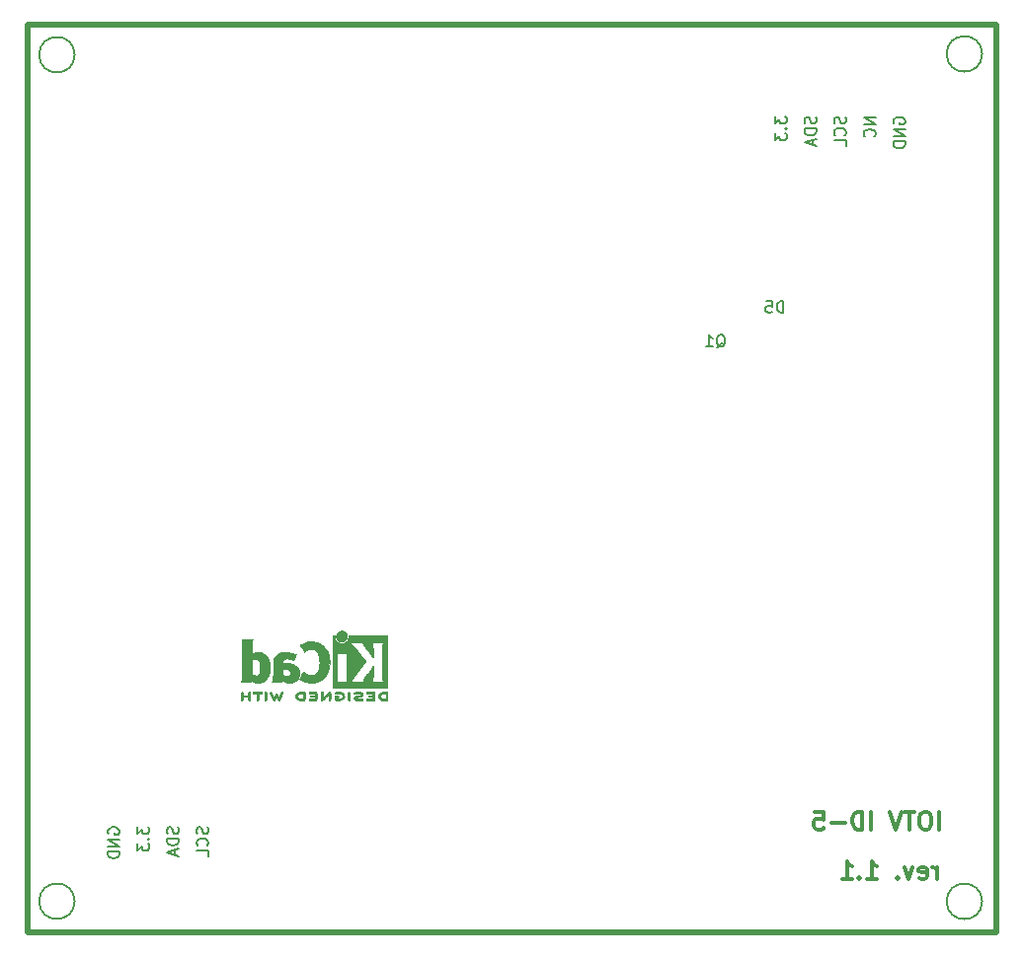
<source format=gbo>
%TF.GenerationSoftware,KiCad,Pcbnew,7.0.2-6a45011f42~172~ubuntu22.10.1*%
%TF.CreationDate,2023-05-26T16:24:23+05:00*%
%TF.ProjectId,IOTV,494f5456-2e6b-4696-9361-645f70636258,rev?*%
%TF.SameCoordinates,Original*%
%TF.FileFunction,Legend,Bot*%
%TF.FilePolarity,Positive*%
%FSLAX46Y46*%
G04 Gerber Fmt 4.6, Leading zero omitted, Abs format (unit mm)*
G04 Created by KiCad (PCBNEW 7.0.2-6a45011f42~172~ubuntu22.10.1) date 2023-05-26 16:24:23*
%MOMM*%
%LPD*%
G01*
G04 APERTURE LIST*
%ADD10C,0.300000*%
%ADD11C,0.150000*%
%ADD12C,0.375000*%
%ADD13C,0.010000*%
%TA.AperFunction,Profile*%
%ADD14C,0.150000*%
%TD*%
%TA.AperFunction,Profile*%
%ADD15C,0.500000*%
%TD*%
G04 APERTURE END LIST*
D10*
X179586857Y-121520428D02*
X179586857Y-120520428D01*
X179586857Y-120806142D02*
X179515428Y-120663285D01*
X179515428Y-120663285D02*
X179444000Y-120591857D01*
X179444000Y-120591857D02*
X179301142Y-120520428D01*
X179301142Y-120520428D02*
X179158285Y-120520428D01*
X178086857Y-121449000D02*
X178229714Y-121520428D01*
X178229714Y-121520428D02*
X178515429Y-121520428D01*
X178515429Y-121520428D02*
X178658286Y-121449000D01*
X178658286Y-121449000D02*
X178729714Y-121306142D01*
X178729714Y-121306142D02*
X178729714Y-120734714D01*
X178729714Y-120734714D02*
X178658286Y-120591857D01*
X178658286Y-120591857D02*
X178515429Y-120520428D01*
X178515429Y-120520428D02*
X178229714Y-120520428D01*
X178229714Y-120520428D02*
X178086857Y-120591857D01*
X178086857Y-120591857D02*
X178015429Y-120734714D01*
X178015429Y-120734714D02*
X178015429Y-120877571D01*
X178015429Y-120877571D02*
X178729714Y-121020428D01*
X177515429Y-120520428D02*
X177158286Y-121520428D01*
X177158286Y-121520428D02*
X176801143Y-120520428D01*
X176229715Y-121377571D02*
X176158286Y-121449000D01*
X176158286Y-121449000D02*
X176229715Y-121520428D01*
X176229715Y-121520428D02*
X176301143Y-121449000D01*
X176301143Y-121449000D02*
X176229715Y-121377571D01*
X176229715Y-121377571D02*
X176229715Y-121520428D01*
X173586857Y-121520428D02*
X174444000Y-121520428D01*
X174015429Y-121520428D02*
X174015429Y-120020428D01*
X174015429Y-120020428D02*
X174158286Y-120234714D01*
X174158286Y-120234714D02*
X174301143Y-120377571D01*
X174301143Y-120377571D02*
X174444000Y-120449000D01*
X172944001Y-121377571D02*
X172872572Y-121449000D01*
X172872572Y-121449000D02*
X172944001Y-121520428D01*
X172944001Y-121520428D02*
X173015429Y-121449000D01*
X173015429Y-121449000D02*
X172944001Y-121377571D01*
X172944001Y-121377571D02*
X172944001Y-121520428D01*
X171444000Y-121520428D02*
X172301143Y-121520428D01*
X171872572Y-121520428D02*
X171872572Y-120020428D01*
X171872572Y-120020428D02*
X172015429Y-120234714D01*
X172015429Y-120234714D02*
X172158286Y-120377571D01*
X172158286Y-120377571D02*
X172301143Y-120449000D01*
D11*
X171734000Y-56144476D02*
X171781619Y-56287333D01*
X171781619Y-56287333D02*
X171781619Y-56525428D01*
X171781619Y-56525428D02*
X171734000Y-56620666D01*
X171734000Y-56620666D02*
X171686380Y-56668285D01*
X171686380Y-56668285D02*
X171591142Y-56715904D01*
X171591142Y-56715904D02*
X171495904Y-56715904D01*
X171495904Y-56715904D02*
X171400666Y-56668285D01*
X171400666Y-56668285D02*
X171353047Y-56620666D01*
X171353047Y-56620666D02*
X171305428Y-56525428D01*
X171305428Y-56525428D02*
X171257809Y-56334952D01*
X171257809Y-56334952D02*
X171210190Y-56239714D01*
X171210190Y-56239714D02*
X171162571Y-56192095D01*
X171162571Y-56192095D02*
X171067333Y-56144476D01*
X171067333Y-56144476D02*
X170972095Y-56144476D01*
X170972095Y-56144476D02*
X170876857Y-56192095D01*
X170876857Y-56192095D02*
X170829238Y-56239714D01*
X170829238Y-56239714D02*
X170781619Y-56334952D01*
X170781619Y-56334952D02*
X170781619Y-56573047D01*
X170781619Y-56573047D02*
X170829238Y-56715904D01*
X171686380Y-57715904D02*
X171734000Y-57668285D01*
X171734000Y-57668285D02*
X171781619Y-57525428D01*
X171781619Y-57525428D02*
X171781619Y-57430190D01*
X171781619Y-57430190D02*
X171734000Y-57287333D01*
X171734000Y-57287333D02*
X171638761Y-57192095D01*
X171638761Y-57192095D02*
X171543523Y-57144476D01*
X171543523Y-57144476D02*
X171353047Y-57096857D01*
X171353047Y-57096857D02*
X171210190Y-57096857D01*
X171210190Y-57096857D02*
X171019714Y-57144476D01*
X171019714Y-57144476D02*
X170924476Y-57192095D01*
X170924476Y-57192095D02*
X170829238Y-57287333D01*
X170829238Y-57287333D02*
X170781619Y-57430190D01*
X170781619Y-57430190D02*
X170781619Y-57525428D01*
X170781619Y-57525428D02*
X170829238Y-57668285D01*
X170829238Y-57668285D02*
X170876857Y-57715904D01*
X171781619Y-58620666D02*
X171781619Y-58144476D01*
X171781619Y-58144476D02*
X170781619Y-58144476D01*
D12*
X179765428Y-117270428D02*
X179765428Y-115770428D01*
X178765427Y-115770428D02*
X178479713Y-115770428D01*
X178479713Y-115770428D02*
X178336856Y-115841857D01*
X178336856Y-115841857D02*
X178193999Y-115984714D01*
X178193999Y-115984714D02*
X178122570Y-116270428D01*
X178122570Y-116270428D02*
X178122570Y-116770428D01*
X178122570Y-116770428D02*
X178193999Y-117056142D01*
X178193999Y-117056142D02*
X178336856Y-117199000D01*
X178336856Y-117199000D02*
X178479713Y-117270428D01*
X178479713Y-117270428D02*
X178765427Y-117270428D01*
X178765427Y-117270428D02*
X178908285Y-117199000D01*
X178908285Y-117199000D02*
X179051142Y-117056142D01*
X179051142Y-117056142D02*
X179122570Y-116770428D01*
X179122570Y-116770428D02*
X179122570Y-116270428D01*
X179122570Y-116270428D02*
X179051142Y-115984714D01*
X179051142Y-115984714D02*
X178908285Y-115841857D01*
X178908285Y-115841857D02*
X178765427Y-115770428D01*
X177693998Y-115770428D02*
X176836856Y-115770428D01*
X177265427Y-117270428D02*
X177265427Y-115770428D01*
X176551141Y-115770428D02*
X176051141Y-117270428D01*
X176051141Y-117270428D02*
X175551141Y-115770428D01*
X173908285Y-117270428D02*
X173908285Y-115770428D01*
X173193999Y-117270428D02*
X173193999Y-115770428D01*
X173193999Y-115770428D02*
X172836856Y-115770428D01*
X172836856Y-115770428D02*
X172622570Y-115841857D01*
X172622570Y-115841857D02*
X172479713Y-115984714D01*
X172479713Y-115984714D02*
X172408284Y-116127571D01*
X172408284Y-116127571D02*
X172336856Y-116413285D01*
X172336856Y-116413285D02*
X172336856Y-116627571D01*
X172336856Y-116627571D02*
X172408284Y-116913285D01*
X172408284Y-116913285D02*
X172479713Y-117056142D01*
X172479713Y-117056142D02*
X172622570Y-117199000D01*
X172622570Y-117199000D02*
X172836856Y-117270428D01*
X172836856Y-117270428D02*
X173193999Y-117270428D01*
X171693999Y-116699000D02*
X170551142Y-116699000D01*
X169122570Y-115770428D02*
X169836856Y-115770428D01*
X169836856Y-115770428D02*
X169908284Y-116484714D01*
X169908284Y-116484714D02*
X169836856Y-116413285D01*
X169836856Y-116413285D02*
X169693999Y-116341857D01*
X169693999Y-116341857D02*
X169336856Y-116341857D01*
X169336856Y-116341857D02*
X169193999Y-116413285D01*
X169193999Y-116413285D02*
X169122570Y-116484714D01*
X169122570Y-116484714D02*
X169051141Y-116627571D01*
X169051141Y-116627571D02*
X169051141Y-116984714D01*
X169051141Y-116984714D02*
X169122570Y-117127571D01*
X169122570Y-117127571D02*
X169193999Y-117199000D01*
X169193999Y-117199000D02*
X169336856Y-117270428D01*
X169336856Y-117270428D02*
X169693999Y-117270428D01*
X169693999Y-117270428D02*
X169836856Y-117199000D01*
X169836856Y-117199000D02*
X169908284Y-117127571D01*
D11*
X114524000Y-117094476D02*
X114571619Y-117237333D01*
X114571619Y-117237333D02*
X114571619Y-117475428D01*
X114571619Y-117475428D02*
X114524000Y-117570666D01*
X114524000Y-117570666D02*
X114476380Y-117618285D01*
X114476380Y-117618285D02*
X114381142Y-117665904D01*
X114381142Y-117665904D02*
X114285904Y-117665904D01*
X114285904Y-117665904D02*
X114190666Y-117618285D01*
X114190666Y-117618285D02*
X114143047Y-117570666D01*
X114143047Y-117570666D02*
X114095428Y-117475428D01*
X114095428Y-117475428D02*
X114047809Y-117284952D01*
X114047809Y-117284952D02*
X114000190Y-117189714D01*
X114000190Y-117189714D02*
X113952571Y-117142095D01*
X113952571Y-117142095D02*
X113857333Y-117094476D01*
X113857333Y-117094476D02*
X113762095Y-117094476D01*
X113762095Y-117094476D02*
X113666857Y-117142095D01*
X113666857Y-117142095D02*
X113619238Y-117189714D01*
X113619238Y-117189714D02*
X113571619Y-117284952D01*
X113571619Y-117284952D02*
X113571619Y-117523047D01*
X113571619Y-117523047D02*
X113619238Y-117665904D01*
X114571619Y-118094476D02*
X113571619Y-118094476D01*
X113571619Y-118094476D02*
X113571619Y-118332571D01*
X113571619Y-118332571D02*
X113619238Y-118475428D01*
X113619238Y-118475428D02*
X113714476Y-118570666D01*
X113714476Y-118570666D02*
X113809714Y-118618285D01*
X113809714Y-118618285D02*
X114000190Y-118665904D01*
X114000190Y-118665904D02*
X114143047Y-118665904D01*
X114143047Y-118665904D02*
X114333523Y-118618285D01*
X114333523Y-118618285D02*
X114428761Y-118570666D01*
X114428761Y-118570666D02*
X114524000Y-118475428D01*
X114524000Y-118475428D02*
X114571619Y-118332571D01*
X114571619Y-118332571D02*
X114571619Y-118094476D01*
X114285904Y-119046857D02*
X114285904Y-119523047D01*
X114571619Y-118951619D02*
X113571619Y-119284952D01*
X113571619Y-119284952D02*
X114571619Y-119618285D01*
X108539238Y-117665904D02*
X108491619Y-117570666D01*
X108491619Y-117570666D02*
X108491619Y-117427809D01*
X108491619Y-117427809D02*
X108539238Y-117284952D01*
X108539238Y-117284952D02*
X108634476Y-117189714D01*
X108634476Y-117189714D02*
X108729714Y-117142095D01*
X108729714Y-117142095D02*
X108920190Y-117094476D01*
X108920190Y-117094476D02*
X109063047Y-117094476D01*
X109063047Y-117094476D02*
X109253523Y-117142095D01*
X109253523Y-117142095D02*
X109348761Y-117189714D01*
X109348761Y-117189714D02*
X109444000Y-117284952D01*
X109444000Y-117284952D02*
X109491619Y-117427809D01*
X109491619Y-117427809D02*
X109491619Y-117523047D01*
X109491619Y-117523047D02*
X109444000Y-117665904D01*
X109444000Y-117665904D02*
X109396380Y-117713523D01*
X109396380Y-117713523D02*
X109063047Y-117713523D01*
X109063047Y-117713523D02*
X109063047Y-117523047D01*
X109491619Y-118142095D02*
X108491619Y-118142095D01*
X108491619Y-118142095D02*
X109491619Y-118713523D01*
X109491619Y-118713523D02*
X108491619Y-118713523D01*
X109491619Y-119189714D02*
X108491619Y-119189714D01*
X108491619Y-119189714D02*
X108491619Y-119427809D01*
X108491619Y-119427809D02*
X108539238Y-119570666D01*
X108539238Y-119570666D02*
X108634476Y-119665904D01*
X108634476Y-119665904D02*
X108729714Y-119713523D01*
X108729714Y-119713523D02*
X108920190Y-119761142D01*
X108920190Y-119761142D02*
X109063047Y-119761142D01*
X109063047Y-119761142D02*
X109253523Y-119713523D01*
X109253523Y-119713523D02*
X109348761Y-119665904D01*
X109348761Y-119665904D02*
X109444000Y-119570666D01*
X109444000Y-119570666D02*
X109491619Y-119427809D01*
X109491619Y-119427809D02*
X109491619Y-119189714D01*
X111031619Y-117046857D02*
X111031619Y-117665904D01*
X111031619Y-117665904D02*
X111412571Y-117332571D01*
X111412571Y-117332571D02*
X111412571Y-117475428D01*
X111412571Y-117475428D02*
X111460190Y-117570666D01*
X111460190Y-117570666D02*
X111507809Y-117618285D01*
X111507809Y-117618285D02*
X111603047Y-117665904D01*
X111603047Y-117665904D02*
X111841142Y-117665904D01*
X111841142Y-117665904D02*
X111936380Y-117618285D01*
X111936380Y-117618285D02*
X111984000Y-117570666D01*
X111984000Y-117570666D02*
X112031619Y-117475428D01*
X112031619Y-117475428D02*
X112031619Y-117189714D01*
X112031619Y-117189714D02*
X111984000Y-117094476D01*
X111984000Y-117094476D02*
X111936380Y-117046857D01*
X111936380Y-118094476D02*
X111984000Y-118142095D01*
X111984000Y-118142095D02*
X112031619Y-118094476D01*
X112031619Y-118094476D02*
X111984000Y-118046857D01*
X111984000Y-118046857D02*
X111936380Y-118094476D01*
X111936380Y-118094476D02*
X112031619Y-118094476D01*
X111031619Y-118475428D02*
X111031619Y-119094475D01*
X111031619Y-119094475D02*
X111412571Y-118761142D01*
X111412571Y-118761142D02*
X111412571Y-118903999D01*
X111412571Y-118903999D02*
X111460190Y-118999237D01*
X111460190Y-118999237D02*
X111507809Y-119046856D01*
X111507809Y-119046856D02*
X111603047Y-119094475D01*
X111603047Y-119094475D02*
X111841142Y-119094475D01*
X111841142Y-119094475D02*
X111936380Y-119046856D01*
X111936380Y-119046856D02*
X111984000Y-118999237D01*
X111984000Y-118999237D02*
X112031619Y-118903999D01*
X112031619Y-118903999D02*
X112031619Y-118618285D01*
X112031619Y-118618285D02*
X111984000Y-118523047D01*
X111984000Y-118523047D02*
X111936380Y-118475428D01*
X117064000Y-117094476D02*
X117111619Y-117237333D01*
X117111619Y-117237333D02*
X117111619Y-117475428D01*
X117111619Y-117475428D02*
X117064000Y-117570666D01*
X117064000Y-117570666D02*
X117016380Y-117618285D01*
X117016380Y-117618285D02*
X116921142Y-117665904D01*
X116921142Y-117665904D02*
X116825904Y-117665904D01*
X116825904Y-117665904D02*
X116730666Y-117618285D01*
X116730666Y-117618285D02*
X116683047Y-117570666D01*
X116683047Y-117570666D02*
X116635428Y-117475428D01*
X116635428Y-117475428D02*
X116587809Y-117284952D01*
X116587809Y-117284952D02*
X116540190Y-117189714D01*
X116540190Y-117189714D02*
X116492571Y-117142095D01*
X116492571Y-117142095D02*
X116397333Y-117094476D01*
X116397333Y-117094476D02*
X116302095Y-117094476D01*
X116302095Y-117094476D02*
X116206857Y-117142095D01*
X116206857Y-117142095D02*
X116159238Y-117189714D01*
X116159238Y-117189714D02*
X116111619Y-117284952D01*
X116111619Y-117284952D02*
X116111619Y-117523047D01*
X116111619Y-117523047D02*
X116159238Y-117665904D01*
X117016380Y-118665904D02*
X117064000Y-118618285D01*
X117064000Y-118618285D02*
X117111619Y-118475428D01*
X117111619Y-118475428D02*
X117111619Y-118380190D01*
X117111619Y-118380190D02*
X117064000Y-118237333D01*
X117064000Y-118237333D02*
X116968761Y-118142095D01*
X116968761Y-118142095D02*
X116873523Y-118094476D01*
X116873523Y-118094476D02*
X116683047Y-118046857D01*
X116683047Y-118046857D02*
X116540190Y-118046857D01*
X116540190Y-118046857D02*
X116349714Y-118094476D01*
X116349714Y-118094476D02*
X116254476Y-118142095D01*
X116254476Y-118142095D02*
X116159238Y-118237333D01*
X116159238Y-118237333D02*
X116111619Y-118380190D01*
X116111619Y-118380190D02*
X116111619Y-118475428D01*
X116111619Y-118475428D02*
X116159238Y-118618285D01*
X116159238Y-118618285D02*
X116206857Y-118665904D01*
X117111619Y-119570666D02*
X117111619Y-119094476D01*
X117111619Y-119094476D02*
X116111619Y-119094476D01*
X169194000Y-56144476D02*
X169241619Y-56287333D01*
X169241619Y-56287333D02*
X169241619Y-56525428D01*
X169241619Y-56525428D02*
X169194000Y-56620666D01*
X169194000Y-56620666D02*
X169146380Y-56668285D01*
X169146380Y-56668285D02*
X169051142Y-56715904D01*
X169051142Y-56715904D02*
X168955904Y-56715904D01*
X168955904Y-56715904D02*
X168860666Y-56668285D01*
X168860666Y-56668285D02*
X168813047Y-56620666D01*
X168813047Y-56620666D02*
X168765428Y-56525428D01*
X168765428Y-56525428D02*
X168717809Y-56334952D01*
X168717809Y-56334952D02*
X168670190Y-56239714D01*
X168670190Y-56239714D02*
X168622571Y-56192095D01*
X168622571Y-56192095D02*
X168527333Y-56144476D01*
X168527333Y-56144476D02*
X168432095Y-56144476D01*
X168432095Y-56144476D02*
X168336857Y-56192095D01*
X168336857Y-56192095D02*
X168289238Y-56239714D01*
X168289238Y-56239714D02*
X168241619Y-56334952D01*
X168241619Y-56334952D02*
X168241619Y-56573047D01*
X168241619Y-56573047D02*
X168289238Y-56715904D01*
X169241619Y-57144476D02*
X168241619Y-57144476D01*
X168241619Y-57144476D02*
X168241619Y-57382571D01*
X168241619Y-57382571D02*
X168289238Y-57525428D01*
X168289238Y-57525428D02*
X168384476Y-57620666D01*
X168384476Y-57620666D02*
X168479714Y-57668285D01*
X168479714Y-57668285D02*
X168670190Y-57715904D01*
X168670190Y-57715904D02*
X168813047Y-57715904D01*
X168813047Y-57715904D02*
X169003523Y-57668285D01*
X169003523Y-57668285D02*
X169098761Y-57620666D01*
X169098761Y-57620666D02*
X169194000Y-57525428D01*
X169194000Y-57525428D02*
X169241619Y-57382571D01*
X169241619Y-57382571D02*
X169241619Y-57144476D01*
X168955904Y-58096857D02*
X168955904Y-58573047D01*
X169241619Y-58001619D02*
X168241619Y-58334952D01*
X168241619Y-58334952D02*
X169241619Y-58668285D01*
X165701619Y-56096857D02*
X165701619Y-56715904D01*
X165701619Y-56715904D02*
X166082571Y-56382571D01*
X166082571Y-56382571D02*
X166082571Y-56525428D01*
X166082571Y-56525428D02*
X166130190Y-56620666D01*
X166130190Y-56620666D02*
X166177809Y-56668285D01*
X166177809Y-56668285D02*
X166273047Y-56715904D01*
X166273047Y-56715904D02*
X166511142Y-56715904D01*
X166511142Y-56715904D02*
X166606380Y-56668285D01*
X166606380Y-56668285D02*
X166654000Y-56620666D01*
X166654000Y-56620666D02*
X166701619Y-56525428D01*
X166701619Y-56525428D02*
X166701619Y-56239714D01*
X166701619Y-56239714D02*
X166654000Y-56144476D01*
X166654000Y-56144476D02*
X166606380Y-56096857D01*
X166606380Y-57144476D02*
X166654000Y-57192095D01*
X166654000Y-57192095D02*
X166701619Y-57144476D01*
X166701619Y-57144476D02*
X166654000Y-57096857D01*
X166654000Y-57096857D02*
X166606380Y-57144476D01*
X166606380Y-57144476D02*
X166701619Y-57144476D01*
X165701619Y-57525428D02*
X165701619Y-58144475D01*
X165701619Y-58144475D02*
X166082571Y-57811142D01*
X166082571Y-57811142D02*
X166082571Y-57953999D01*
X166082571Y-57953999D02*
X166130190Y-58049237D01*
X166130190Y-58049237D02*
X166177809Y-58096856D01*
X166177809Y-58096856D02*
X166273047Y-58144475D01*
X166273047Y-58144475D02*
X166511142Y-58144475D01*
X166511142Y-58144475D02*
X166606380Y-58096856D01*
X166606380Y-58096856D02*
X166654000Y-58049237D01*
X166654000Y-58049237D02*
X166701619Y-57953999D01*
X166701619Y-57953999D02*
X166701619Y-57668285D01*
X166701619Y-57668285D02*
X166654000Y-57573047D01*
X166654000Y-57573047D02*
X166606380Y-57525428D01*
X175909238Y-56715904D02*
X175861619Y-56620666D01*
X175861619Y-56620666D02*
X175861619Y-56477809D01*
X175861619Y-56477809D02*
X175909238Y-56334952D01*
X175909238Y-56334952D02*
X176004476Y-56239714D01*
X176004476Y-56239714D02*
X176099714Y-56192095D01*
X176099714Y-56192095D02*
X176290190Y-56144476D01*
X176290190Y-56144476D02*
X176433047Y-56144476D01*
X176433047Y-56144476D02*
X176623523Y-56192095D01*
X176623523Y-56192095D02*
X176718761Y-56239714D01*
X176718761Y-56239714D02*
X176814000Y-56334952D01*
X176814000Y-56334952D02*
X176861619Y-56477809D01*
X176861619Y-56477809D02*
X176861619Y-56573047D01*
X176861619Y-56573047D02*
X176814000Y-56715904D01*
X176814000Y-56715904D02*
X176766380Y-56763523D01*
X176766380Y-56763523D02*
X176433047Y-56763523D01*
X176433047Y-56763523D02*
X176433047Y-56573047D01*
X176861619Y-57192095D02*
X175861619Y-57192095D01*
X175861619Y-57192095D02*
X176861619Y-57763523D01*
X176861619Y-57763523D02*
X175861619Y-57763523D01*
X176861619Y-58239714D02*
X175861619Y-58239714D01*
X175861619Y-58239714D02*
X175861619Y-58477809D01*
X175861619Y-58477809D02*
X175909238Y-58620666D01*
X175909238Y-58620666D02*
X176004476Y-58715904D01*
X176004476Y-58715904D02*
X176099714Y-58763523D01*
X176099714Y-58763523D02*
X176290190Y-58811142D01*
X176290190Y-58811142D02*
X176433047Y-58811142D01*
X176433047Y-58811142D02*
X176623523Y-58763523D01*
X176623523Y-58763523D02*
X176718761Y-58715904D01*
X176718761Y-58715904D02*
X176814000Y-58620666D01*
X176814000Y-58620666D02*
X176861619Y-58477809D01*
X176861619Y-58477809D02*
X176861619Y-58239714D01*
X174321619Y-56192095D02*
X173321619Y-56192095D01*
X173321619Y-56192095D02*
X174321619Y-56763523D01*
X174321619Y-56763523D02*
X173321619Y-56763523D01*
X174226380Y-57811142D02*
X174274000Y-57763523D01*
X174274000Y-57763523D02*
X174321619Y-57620666D01*
X174321619Y-57620666D02*
X174321619Y-57525428D01*
X174321619Y-57525428D02*
X174274000Y-57382571D01*
X174274000Y-57382571D02*
X174178761Y-57287333D01*
X174178761Y-57287333D02*
X174083523Y-57239714D01*
X174083523Y-57239714D02*
X173893047Y-57192095D01*
X173893047Y-57192095D02*
X173750190Y-57192095D01*
X173750190Y-57192095D02*
X173559714Y-57239714D01*
X173559714Y-57239714D02*
X173464476Y-57287333D01*
X173464476Y-57287333D02*
X173369238Y-57382571D01*
X173369238Y-57382571D02*
X173321619Y-57525428D01*
X173321619Y-57525428D02*
X173321619Y-57620666D01*
X173321619Y-57620666D02*
X173369238Y-57763523D01*
X173369238Y-57763523D02*
X173416857Y-57811142D01*
%TO.C,Q1*%
X160689238Y-75931857D02*
X160784476Y-75884238D01*
X160784476Y-75884238D02*
X160879714Y-75789000D01*
X160879714Y-75789000D02*
X161022571Y-75646142D01*
X161022571Y-75646142D02*
X161117809Y-75598523D01*
X161117809Y-75598523D02*
X161213047Y-75598523D01*
X161165428Y-75836619D02*
X161260666Y-75789000D01*
X161260666Y-75789000D02*
X161355904Y-75693761D01*
X161355904Y-75693761D02*
X161403523Y-75503285D01*
X161403523Y-75503285D02*
X161403523Y-75169952D01*
X161403523Y-75169952D02*
X161355904Y-74979476D01*
X161355904Y-74979476D02*
X161260666Y-74884238D01*
X161260666Y-74884238D02*
X161165428Y-74836619D01*
X161165428Y-74836619D02*
X160974952Y-74836619D01*
X160974952Y-74836619D02*
X160879714Y-74884238D01*
X160879714Y-74884238D02*
X160784476Y-74979476D01*
X160784476Y-74979476D02*
X160736857Y-75169952D01*
X160736857Y-75169952D02*
X160736857Y-75503285D01*
X160736857Y-75503285D02*
X160784476Y-75693761D01*
X160784476Y-75693761D02*
X160879714Y-75789000D01*
X160879714Y-75789000D02*
X160974952Y-75836619D01*
X160974952Y-75836619D02*
X161165428Y-75836619D01*
X159784476Y-75836619D02*
X160355904Y-75836619D01*
X160070190Y-75836619D02*
X160070190Y-74836619D01*
X160070190Y-74836619D02*
X160165428Y-74979476D01*
X160165428Y-74979476D02*
X160260666Y-75074714D01*
X160260666Y-75074714D02*
X160355904Y-75122333D01*
%TO.C,D5*%
X166432094Y-72928619D02*
X166432094Y-71928619D01*
X166432094Y-71928619D02*
X166193999Y-71928619D01*
X166193999Y-71928619D02*
X166051142Y-71976238D01*
X166051142Y-71976238D02*
X165955904Y-72071476D01*
X165955904Y-72071476D02*
X165908285Y-72166714D01*
X165908285Y-72166714D02*
X165860666Y-72357190D01*
X165860666Y-72357190D02*
X165860666Y-72500047D01*
X165860666Y-72500047D02*
X165908285Y-72690523D01*
X165908285Y-72690523D02*
X165955904Y-72785761D01*
X165955904Y-72785761D02*
X166051142Y-72881000D01*
X166051142Y-72881000D02*
X166193999Y-72928619D01*
X166193999Y-72928619D02*
X166432094Y-72928619D01*
X164955904Y-71928619D02*
X165432094Y-71928619D01*
X165432094Y-71928619D02*
X165479713Y-72404809D01*
X165479713Y-72404809D02*
X165432094Y-72357190D01*
X165432094Y-72357190D02*
X165336856Y-72309571D01*
X165336856Y-72309571D02*
X165098761Y-72309571D01*
X165098761Y-72309571D02*
X165003523Y-72357190D01*
X165003523Y-72357190D02*
X164955904Y-72404809D01*
X164955904Y-72404809D02*
X164908285Y-72500047D01*
X164908285Y-72500047D02*
X164908285Y-72738142D01*
X164908285Y-72738142D02*
X164955904Y-72833380D01*
X164955904Y-72833380D02*
X165003523Y-72881000D01*
X165003523Y-72881000D02*
X165098761Y-72928619D01*
X165098761Y-72928619D02*
X165336856Y-72928619D01*
X165336856Y-72928619D02*
X165432094Y-72881000D01*
X165432094Y-72881000D02*
X165479713Y-72833380D01*
%TO.C,REF\u002A\u002A*%
D13*
X122049406Y-105478949D02*
X122075127Y-105494647D01*
X122101778Y-105516227D01*
X122101778Y-106163684D01*
X122075127Y-106185264D01*
X122043767Y-106202739D01*
X122007966Y-106203575D01*
X121976528Y-106183082D01*
X121972652Y-106178416D01*
X121967186Y-106168949D01*
X121962979Y-106155267D01*
X121959867Y-106134748D01*
X121957687Y-106104768D01*
X121956276Y-106062704D01*
X121955471Y-106005932D01*
X121955107Y-105931830D01*
X121955022Y-105837773D01*
X121955022Y-105516227D01*
X121981673Y-105494647D01*
X122005386Y-105479877D01*
X122028400Y-105473067D01*
X122049406Y-105478949D01*
G36*
X122049406Y-105478949D02*
G01*
X122075127Y-105494647D01*
X122101778Y-105516227D01*
X122101778Y-106163684D01*
X122075127Y-106185264D01*
X122043767Y-106202739D01*
X122007966Y-106203575D01*
X121976528Y-106183082D01*
X121972652Y-106178416D01*
X121967186Y-106168949D01*
X121962979Y-106155267D01*
X121959867Y-106134748D01*
X121957687Y-106104768D01*
X121956276Y-106062704D01*
X121955471Y-106005932D01*
X121955107Y-105931830D01*
X121955022Y-105837773D01*
X121955022Y-105516227D01*
X121981673Y-105494647D01*
X122005386Y-105479877D01*
X122028400Y-105473067D01*
X122049406Y-105478949D01*
G37*
X129180137Y-105477463D02*
X129214291Y-105500776D01*
X129242000Y-105528485D01*
X129242000Y-105841537D01*
X129241959Y-105925567D01*
X129241701Y-105999789D01*
X129241030Y-106056541D01*
X129239752Y-106098512D01*
X129237673Y-106128389D01*
X129234599Y-106148861D01*
X129230334Y-106162614D01*
X129224684Y-106172337D01*
X129217455Y-106180717D01*
X129185991Y-106202181D01*
X129150826Y-106203947D01*
X129117822Y-106184267D01*
X129112516Y-106178398D01*
X129107066Y-106169314D01*
X129102900Y-106155973D01*
X129099846Y-106135757D01*
X129097732Y-106106049D01*
X129096386Y-106064232D01*
X129095638Y-106007689D01*
X129095314Y-105933802D01*
X129095245Y-105839956D01*
X129095284Y-105764294D01*
X129095539Y-105686385D01*
X129096183Y-105626375D01*
X129097387Y-105581648D01*
X129099324Y-105549585D01*
X129102164Y-105527571D01*
X129106079Y-105512987D01*
X129111242Y-105503218D01*
X129117822Y-105495645D01*
X129147006Y-105476623D01*
X129180137Y-105477463D01*
G36*
X129180137Y-105477463D02*
G01*
X129214291Y-105500776D01*
X129242000Y-105528485D01*
X129242000Y-105841537D01*
X129241959Y-105925567D01*
X129241701Y-105999789D01*
X129241030Y-106056541D01*
X129239752Y-106098512D01*
X129237673Y-106128389D01*
X129234599Y-106148861D01*
X129230334Y-106162614D01*
X129224684Y-106172337D01*
X129217455Y-106180717D01*
X129185991Y-106202181D01*
X129150826Y-106203947D01*
X129117822Y-106184267D01*
X129112516Y-106178398D01*
X129107066Y-106169314D01*
X129102900Y-106155973D01*
X129099846Y-106135757D01*
X129097732Y-106106049D01*
X129096386Y-106064232D01*
X129095638Y-106007689D01*
X129095314Y-105933802D01*
X129095245Y-105839956D01*
X129095284Y-105764294D01*
X129095539Y-105686385D01*
X129096183Y-105626375D01*
X129097387Y-105581648D01*
X129099324Y-105549585D01*
X129102164Y-105527571D01*
X129106079Y-105512987D01*
X129111242Y-105503218D01*
X129117822Y-105495645D01*
X129147006Y-105476623D01*
X129180137Y-105477463D01*
G37*
X128648562Y-100236850D02*
X128731313Y-100264053D01*
X128806406Y-100309484D01*
X128878298Y-100375302D01*
X128916846Y-100419567D01*
X128956256Y-100477961D01*
X128981446Y-100538586D01*
X128994861Y-100607865D01*
X128998948Y-100692222D01*
X128998669Y-100738307D01*
X128996460Y-100779450D01*
X128990894Y-100811582D01*
X128980586Y-100842122D01*
X128964148Y-100878489D01*
X128950200Y-100905728D01*
X128891665Y-100991429D01*
X128819619Y-101060617D01*
X128735947Y-101111741D01*
X128642531Y-101143250D01*
X128609434Y-101150225D01*
X128568960Y-101157094D01*
X128535999Y-101158919D01*
X128501698Y-101155947D01*
X128457200Y-101148426D01*
X128405934Y-101136002D01*
X128315434Y-101098112D01*
X128236345Y-101043836D01*
X128170528Y-100975770D01*
X128119840Y-100896511D01*
X128086140Y-100808654D01*
X128071286Y-100714795D01*
X128077136Y-100617530D01*
X128103399Y-100521220D01*
X128148418Y-100432494D01*
X128209373Y-100357419D01*
X128284184Y-100297641D01*
X128370768Y-100254809D01*
X128467043Y-100230571D01*
X128570928Y-100226576D01*
X128648562Y-100236850D01*
G36*
X128648562Y-100236850D02*
G01*
X128731313Y-100264053D01*
X128806406Y-100309484D01*
X128878298Y-100375302D01*
X128916846Y-100419567D01*
X128956256Y-100477961D01*
X128981446Y-100538586D01*
X128994861Y-100607865D01*
X128998948Y-100692222D01*
X128998669Y-100738307D01*
X128996460Y-100779450D01*
X128990894Y-100811582D01*
X128980586Y-100842122D01*
X128964148Y-100878489D01*
X128950200Y-100905728D01*
X128891665Y-100991429D01*
X128819619Y-101060617D01*
X128735947Y-101111741D01*
X128642531Y-101143250D01*
X128609434Y-101150225D01*
X128568960Y-101157094D01*
X128535999Y-101158919D01*
X128501698Y-101155947D01*
X128457200Y-101148426D01*
X128405934Y-101136002D01*
X128315434Y-101098112D01*
X128236345Y-101043836D01*
X128170528Y-100975770D01*
X128119840Y-100896511D01*
X128086140Y-100808654D01*
X128071286Y-100714795D01*
X128077136Y-100617530D01*
X128103399Y-100521220D01*
X128148418Y-100432494D01*
X128209373Y-100357419D01*
X128284184Y-100297641D01*
X128370768Y-100254809D01*
X128467043Y-100230571D01*
X128570928Y-100226576D01*
X128648562Y-100236850D01*
G37*
X121349767Y-105473068D02*
X121443890Y-105473158D01*
X121518405Y-105473498D01*
X121575811Y-105474239D01*
X121618611Y-105475535D01*
X121649304Y-105477537D01*
X121670391Y-105480396D01*
X121684373Y-105484266D01*
X121693750Y-105489298D01*
X121701022Y-105495645D01*
X121719828Y-105528362D01*
X121721275Y-105565939D01*
X121704917Y-105599178D01*
X121703557Y-105600631D01*
X121692354Y-105608992D01*
X121675252Y-105614547D01*
X121648082Y-105617840D01*
X121606678Y-105619418D01*
X121546873Y-105619822D01*
X121407511Y-105619822D01*
X121407511Y-105883589D01*
X121407436Y-105959417D01*
X121407028Y-106026083D01*
X121406046Y-106075867D01*
X121404250Y-106111784D01*
X121401399Y-106136850D01*
X121397253Y-106154081D01*
X121391571Y-106166492D01*
X121384114Y-106177100D01*
X121381824Y-106179906D01*
X121350646Y-106202548D01*
X121316266Y-106204112D01*
X121283334Y-106184267D01*
X121276355Y-106176191D01*
X121270883Y-106165593D01*
X121266863Y-106149749D01*
X121264072Y-106125773D01*
X121262288Y-106090774D01*
X121261289Y-106041864D01*
X121260852Y-105976154D01*
X121260756Y-105890756D01*
X121260756Y-105619822D01*
X121114820Y-105619822D01*
X121103720Y-105619821D01*
X121047202Y-105619596D01*
X121008358Y-105618457D01*
X120982965Y-105615657D01*
X120966804Y-105610450D01*
X120955652Y-105602089D01*
X120945289Y-105589826D01*
X120929441Y-105559138D01*
X120932543Y-105525358D01*
X120958187Y-105492822D01*
X120963129Y-105489105D01*
X120973338Y-105484269D01*
X120988764Y-105480506D01*
X121011886Y-105477683D01*
X121045183Y-105475670D01*
X121091137Y-105474333D01*
X121152228Y-105473542D01*
X121230935Y-105473163D01*
X121329740Y-105473067D01*
X121349767Y-105473068D01*
G36*
X121349767Y-105473068D02*
G01*
X121443890Y-105473158D01*
X121518405Y-105473498D01*
X121575811Y-105474239D01*
X121618611Y-105475535D01*
X121649304Y-105477537D01*
X121670391Y-105480396D01*
X121684373Y-105484266D01*
X121693750Y-105489298D01*
X121701022Y-105495645D01*
X121719828Y-105528362D01*
X121721275Y-105565939D01*
X121704917Y-105599178D01*
X121703557Y-105600631D01*
X121692354Y-105608992D01*
X121675252Y-105614547D01*
X121648082Y-105617840D01*
X121606678Y-105619418D01*
X121546873Y-105619822D01*
X121407511Y-105619822D01*
X121407511Y-105883589D01*
X121407436Y-105959417D01*
X121407028Y-106026083D01*
X121406046Y-106075867D01*
X121404250Y-106111784D01*
X121401399Y-106136850D01*
X121397253Y-106154081D01*
X121391571Y-106166492D01*
X121384114Y-106177100D01*
X121381824Y-106179906D01*
X121350646Y-106202548D01*
X121316266Y-106204112D01*
X121283334Y-106184267D01*
X121276355Y-106176191D01*
X121270883Y-106165593D01*
X121266863Y-106149749D01*
X121264072Y-106125773D01*
X121262288Y-106090774D01*
X121261289Y-106041864D01*
X121260852Y-105976154D01*
X121260756Y-105890756D01*
X121260756Y-105619822D01*
X121114820Y-105619822D01*
X121103720Y-105619821D01*
X121047202Y-105619596D01*
X121008358Y-105618457D01*
X120982965Y-105615657D01*
X120966804Y-105610450D01*
X120955652Y-105602089D01*
X120945289Y-105589826D01*
X120929441Y-105559138D01*
X120932543Y-105525358D01*
X120958187Y-105492822D01*
X120963129Y-105489105D01*
X120973338Y-105484269D01*
X120988764Y-105480506D01*
X121011886Y-105477683D01*
X121045183Y-105475670D01*
X121091137Y-105474333D01*
X121152228Y-105473542D01*
X121230935Y-105473163D01*
X121329740Y-105473067D01*
X121349767Y-105473068D01*
G37*
X120673734Y-105495645D02*
X120679366Y-105501835D01*
X120684456Y-105510041D01*
X120688543Y-105521817D01*
X120691721Y-105539276D01*
X120694087Y-105564530D01*
X120695738Y-105599690D01*
X120696769Y-105646869D01*
X120697277Y-105708177D01*
X120697359Y-105785727D01*
X120697109Y-105881631D01*
X120696625Y-105998000D01*
X120696557Y-106012175D01*
X120695971Y-106073937D01*
X120694648Y-106117620D01*
X120692103Y-106147001D01*
X120687848Y-106165855D01*
X120681396Y-106177959D01*
X120672262Y-106187089D01*
X120638804Y-106204506D01*
X120603856Y-106201604D01*
X120572953Y-106177100D01*
X120563944Y-106163897D01*
X120556492Y-106145361D01*
X120552124Y-106119333D01*
X120550069Y-106080787D01*
X120549556Y-106024700D01*
X120549556Y-105902045D01*
X120052845Y-105902045D01*
X120052845Y-106036871D01*
X120052772Y-106072662D01*
X120052009Y-106118992D01*
X120049833Y-106149526D01*
X120045536Y-106168557D01*
X120038412Y-106180374D01*
X120027755Y-106189271D01*
X119995504Y-106204341D01*
X119960217Y-106201673D01*
X119929486Y-106177100D01*
X119924831Y-106170845D01*
X119918895Y-106160321D01*
X119914364Y-106146391D01*
X119911048Y-106126317D01*
X119908759Y-106097360D01*
X119907308Y-106056780D01*
X119906505Y-106001840D01*
X119906162Y-105929799D01*
X119906089Y-105837920D01*
X119906089Y-105528485D01*
X119933798Y-105500776D01*
X119965177Y-105478533D01*
X119998406Y-105475844D01*
X120030267Y-105495645D01*
X120038553Y-105505415D01*
X120045965Y-105521307D01*
X120050302Y-105545275D01*
X120052338Y-105582148D01*
X120052845Y-105636756D01*
X120052845Y-105755289D01*
X120549556Y-105755289D01*
X120549556Y-105639776D01*
X120549994Y-105588078D01*
X120551958Y-105553554D01*
X120556474Y-105530978D01*
X120564567Y-105515126D01*
X120577265Y-105500776D01*
X120608643Y-105478533D01*
X120641872Y-105475844D01*
X120673734Y-105495645D01*
G36*
X120673734Y-105495645D02*
G01*
X120679366Y-105501835D01*
X120684456Y-105510041D01*
X120688543Y-105521817D01*
X120691721Y-105539276D01*
X120694087Y-105564530D01*
X120695738Y-105599690D01*
X120696769Y-105646869D01*
X120697277Y-105708177D01*
X120697359Y-105785727D01*
X120697109Y-105881631D01*
X120696625Y-105998000D01*
X120696557Y-106012175D01*
X120695971Y-106073937D01*
X120694648Y-106117620D01*
X120692103Y-106147001D01*
X120687848Y-106165855D01*
X120681396Y-106177959D01*
X120672262Y-106187089D01*
X120638804Y-106204506D01*
X120603856Y-106201604D01*
X120572953Y-106177100D01*
X120563944Y-106163897D01*
X120556492Y-106145361D01*
X120552124Y-106119333D01*
X120550069Y-106080787D01*
X120549556Y-106024700D01*
X120549556Y-105902045D01*
X120052845Y-105902045D01*
X120052845Y-106036871D01*
X120052772Y-106072662D01*
X120052009Y-106118992D01*
X120049833Y-106149526D01*
X120045536Y-106168557D01*
X120038412Y-106180374D01*
X120027755Y-106189271D01*
X119995504Y-106204341D01*
X119960217Y-106201673D01*
X119929486Y-106177100D01*
X119924831Y-106170845D01*
X119918895Y-106160321D01*
X119914364Y-106146391D01*
X119911048Y-106126317D01*
X119908759Y-106097360D01*
X119907308Y-106056780D01*
X119906505Y-106001840D01*
X119906162Y-105929799D01*
X119906089Y-105837920D01*
X119906089Y-105528485D01*
X119933798Y-105500776D01*
X119965177Y-105478533D01*
X119998406Y-105475844D01*
X120030267Y-105495645D01*
X120038553Y-105505415D01*
X120045965Y-105521307D01*
X120050302Y-105545275D01*
X120052338Y-105582148D01*
X120052845Y-105636756D01*
X120052845Y-105755289D01*
X120549556Y-105755289D01*
X120549556Y-105639776D01*
X120549994Y-105588078D01*
X120551958Y-105553554D01*
X120556474Y-105530978D01*
X120564567Y-105515126D01*
X120577265Y-105500776D01*
X120608643Y-105478533D01*
X120641872Y-105475844D01*
X120673734Y-105495645D01*
G37*
X125379133Y-106084396D02*
X125377163Y-106117175D01*
X125374235Y-106140095D01*
X125370158Y-106155897D01*
X125364743Y-106167319D01*
X125357803Y-106177100D01*
X125334406Y-106206845D01*
X125168714Y-106206251D01*
X125133918Y-106205953D01*
X125035435Y-106202522D01*
X124954473Y-106194839D01*
X124887379Y-106182282D01*
X124830496Y-106164227D01*
X124780169Y-106140052D01*
X124776810Y-106138135D01*
X124718998Y-106101417D01*
X124676644Y-106064451D01*
X124643828Y-106020966D01*
X124614628Y-105964689D01*
X124610346Y-105955073D01*
X124587769Y-105891887D01*
X124582034Y-105846333D01*
X124731279Y-105846333D01*
X124736892Y-105871061D01*
X124742618Y-105886939D01*
X124775548Y-105946847D01*
X124822886Y-105992600D01*
X124886652Y-106025736D01*
X124968861Y-106047790D01*
X124971655Y-106048292D01*
X125017940Y-106054255D01*
X125074336Y-106058483D01*
X125129274Y-106060089D01*
X125223156Y-106060089D01*
X125223156Y-105619822D01*
X125135667Y-105620270D01*
X125068747Y-105622746D01*
X124976349Y-105633998D01*
X124897034Y-105653537D01*
X124835060Y-105680511D01*
X124804120Y-105701240D01*
X124776000Y-105731006D01*
X124752660Y-105773434D01*
X124745533Y-105789400D01*
X124733709Y-105821902D01*
X124731279Y-105846333D01*
X124582034Y-105846333D01*
X124580797Y-105836509D01*
X124589399Y-105781483D01*
X124613541Y-105719351D01*
X124614337Y-105717658D01*
X124654788Y-105648236D01*
X124705473Y-105591638D01*
X124768198Y-105547070D01*
X124844774Y-105513741D01*
X124937009Y-105490861D01*
X125046712Y-105477636D01*
X125175691Y-105473275D01*
X125179263Y-105473270D01*
X125239283Y-105473410D01*
X125281214Y-105474446D01*
X125309328Y-105477040D01*
X125327897Y-105481853D01*
X125341194Y-105489544D01*
X125353491Y-105500776D01*
X125381200Y-105528485D01*
X125381200Y-105837920D01*
X125381175Y-105899526D01*
X125380950Y-105978311D01*
X125380332Y-106039021D01*
X125379775Y-106060089D01*
X125379133Y-106084396D01*
G36*
X125379133Y-106084396D02*
G01*
X125377163Y-106117175D01*
X125374235Y-106140095D01*
X125370158Y-106155897D01*
X125364743Y-106167319D01*
X125357803Y-106177100D01*
X125334406Y-106206845D01*
X125168714Y-106206251D01*
X125133918Y-106205953D01*
X125035435Y-106202522D01*
X124954473Y-106194839D01*
X124887379Y-106182282D01*
X124830496Y-106164227D01*
X124780169Y-106140052D01*
X124776810Y-106138135D01*
X124718998Y-106101417D01*
X124676644Y-106064451D01*
X124643828Y-106020966D01*
X124614628Y-105964689D01*
X124610346Y-105955073D01*
X124587769Y-105891887D01*
X124582034Y-105846333D01*
X124731279Y-105846333D01*
X124736892Y-105871061D01*
X124742618Y-105886939D01*
X124775548Y-105946847D01*
X124822886Y-105992600D01*
X124886652Y-106025736D01*
X124968861Y-106047790D01*
X124971655Y-106048292D01*
X125017940Y-106054255D01*
X125074336Y-106058483D01*
X125129274Y-106060089D01*
X125223156Y-106060089D01*
X125223156Y-105619822D01*
X125135667Y-105620270D01*
X125068747Y-105622746D01*
X124976349Y-105633998D01*
X124897034Y-105653537D01*
X124835060Y-105680511D01*
X124804120Y-105701240D01*
X124776000Y-105731006D01*
X124752660Y-105773434D01*
X124745533Y-105789400D01*
X124733709Y-105821902D01*
X124731279Y-105846333D01*
X124582034Y-105846333D01*
X124580797Y-105836509D01*
X124589399Y-105781483D01*
X124613541Y-105719351D01*
X124614337Y-105717658D01*
X124654788Y-105648236D01*
X124705473Y-105591638D01*
X124768198Y-105547070D01*
X124844774Y-105513741D01*
X124937009Y-105490861D01*
X125046712Y-105477636D01*
X125175691Y-105473275D01*
X125179263Y-105473270D01*
X125239283Y-105473410D01*
X125281214Y-105474446D01*
X125309328Y-105477040D01*
X125327897Y-105481853D01*
X125341194Y-105489544D01*
X125353491Y-105500776D01*
X125381200Y-105528485D01*
X125381200Y-105837920D01*
X125381175Y-105899526D01*
X125380950Y-105978311D01*
X125380332Y-106039021D01*
X125379775Y-106060089D01*
X125379133Y-106084396D01*
G37*
X132470817Y-105658427D02*
X132470870Y-105739041D01*
X132470622Y-105839956D01*
X132470583Y-105915617D01*
X132470328Y-105993526D01*
X132469684Y-106053536D01*
X132468480Y-106098264D01*
X132466543Y-106130326D01*
X132463703Y-106152340D01*
X132459788Y-106166924D01*
X132454626Y-106176694D01*
X132448045Y-106184267D01*
X132441077Y-106190501D01*
X132428079Y-106197801D01*
X132408931Y-106202554D01*
X132379528Y-106205292D01*
X132335762Y-106206545D01*
X132273528Y-106206845D01*
X132224582Y-106206469D01*
X132117722Y-106202041D01*
X132028494Y-106191953D01*
X131953696Y-106175365D01*
X131890125Y-106151435D01*
X131834579Y-106119321D01*
X131783854Y-106078182D01*
X131777866Y-106072330D01*
X131740999Y-106023821D01*
X131709899Y-105963013D01*
X131688417Y-105898769D01*
X131683136Y-105860026D01*
X131830353Y-105860026D01*
X131848635Y-105910961D01*
X131878305Y-105956878D01*
X131925002Y-105999287D01*
X131986392Y-106029090D01*
X132065538Y-106048226D01*
X132067028Y-106048464D01*
X132115999Y-106054256D01*
X132174693Y-106058396D01*
X132230734Y-106060004D01*
X132323867Y-106060089D01*
X132323867Y-105619822D01*
X132247667Y-105619808D01*
X132244639Y-105619817D01*
X132193519Y-105621782D01*
X132133416Y-105626507D01*
X132076708Y-105633035D01*
X132026750Y-105642331D01*
X131951998Y-105668600D01*
X131894489Y-105707899D01*
X131852988Y-105760933D01*
X131831771Y-105812200D01*
X131830353Y-105860026D01*
X131683136Y-105860026D01*
X131680400Y-105839956D01*
X131681679Y-105818739D01*
X131693991Y-105761323D01*
X131716520Y-105701413D01*
X131745750Y-105647363D01*
X131778167Y-105607532D01*
X131797708Y-105590510D01*
X131852420Y-105551322D01*
X131912723Y-105521193D01*
X131981919Y-105499232D01*
X132063311Y-105484550D01*
X132160200Y-105476259D01*
X132275889Y-105473467D01*
X132315371Y-105473066D01*
X132361082Y-105472653D01*
X132396883Y-105474457D01*
X132423974Y-105480739D01*
X132443556Y-105493759D01*
X132456830Y-105515778D01*
X132464998Y-105549055D01*
X132469260Y-105595851D01*
X132469857Y-105619822D01*
X132470817Y-105658427D01*
G36*
X132470817Y-105658427D02*
G01*
X132470870Y-105739041D01*
X132470622Y-105839956D01*
X132470583Y-105915617D01*
X132470328Y-105993526D01*
X132469684Y-106053536D01*
X132468480Y-106098264D01*
X132466543Y-106130326D01*
X132463703Y-106152340D01*
X132459788Y-106166924D01*
X132454626Y-106176694D01*
X132448045Y-106184267D01*
X132441077Y-106190501D01*
X132428079Y-106197801D01*
X132408931Y-106202554D01*
X132379528Y-106205292D01*
X132335762Y-106206545D01*
X132273528Y-106206845D01*
X132224582Y-106206469D01*
X132117722Y-106202041D01*
X132028494Y-106191953D01*
X131953696Y-106175365D01*
X131890125Y-106151435D01*
X131834579Y-106119321D01*
X131783854Y-106078182D01*
X131777866Y-106072330D01*
X131740999Y-106023821D01*
X131709899Y-105963013D01*
X131688417Y-105898769D01*
X131683136Y-105860026D01*
X131830353Y-105860026D01*
X131848635Y-105910961D01*
X131878305Y-105956878D01*
X131925002Y-105999287D01*
X131986392Y-106029090D01*
X132065538Y-106048226D01*
X132067028Y-106048464D01*
X132115999Y-106054256D01*
X132174693Y-106058396D01*
X132230734Y-106060004D01*
X132323867Y-106060089D01*
X132323867Y-105619822D01*
X132247667Y-105619808D01*
X132244639Y-105619817D01*
X132193519Y-105621782D01*
X132133416Y-105626507D01*
X132076708Y-105633035D01*
X132026750Y-105642331D01*
X131951998Y-105668600D01*
X131894489Y-105707899D01*
X131852988Y-105760933D01*
X131831771Y-105812200D01*
X131830353Y-105860026D01*
X131683136Y-105860026D01*
X131680400Y-105839956D01*
X131681679Y-105818739D01*
X131693991Y-105761323D01*
X131716520Y-105701413D01*
X131745750Y-105647363D01*
X131778167Y-105607532D01*
X131797708Y-105590510D01*
X131852420Y-105551322D01*
X131912723Y-105521193D01*
X131981919Y-105499232D01*
X132063311Y-105484550D01*
X132160200Y-105476259D01*
X132275889Y-105473467D01*
X132315371Y-105473066D01*
X132361082Y-105472653D01*
X132396883Y-105474457D01*
X132423974Y-105480739D01*
X132443556Y-105493759D01*
X132456830Y-105515778D01*
X132464998Y-105549055D01*
X132469260Y-105595851D01*
X132469857Y-105619822D01*
X132470817Y-105658427D01*
G37*
X127525893Y-105471892D02*
X127537301Y-105478029D01*
X127547850Y-105488691D01*
X127559136Y-105502811D01*
X127563589Y-105508772D01*
X127569588Y-105519268D01*
X127574167Y-105533093D01*
X127577519Y-105552998D01*
X127579833Y-105581732D01*
X127581301Y-105622045D01*
X127582113Y-105676687D01*
X127582460Y-105748407D01*
X127582534Y-105839956D01*
X127582511Y-105898486D01*
X127582292Y-105977573D01*
X127581683Y-106038516D01*
X127580492Y-106084062D01*
X127578529Y-106116963D01*
X127575603Y-106139968D01*
X127571523Y-106155826D01*
X127566097Y-106167286D01*
X127559136Y-106177100D01*
X127528708Y-106201493D01*
X127493765Y-106204372D01*
X127456784Y-106185282D01*
X127452600Y-106181807D01*
X127444424Y-106173279D01*
X127438364Y-106161728D01*
X127433981Y-106143896D01*
X127430839Y-106116524D01*
X127428502Y-106076354D01*
X127426531Y-106020128D01*
X127424489Y-105944589D01*
X127418845Y-105725458D01*
X127153556Y-105966099D01*
X127079722Y-106032875D01*
X127014542Y-106090991D01*
X126962348Y-106135949D01*
X126921273Y-106168871D01*
X126889455Y-106190879D01*
X126865026Y-106203094D01*
X126846124Y-106206639D01*
X126830883Y-106202636D01*
X126817439Y-106192207D01*
X126803927Y-106176474D01*
X126797682Y-106167991D01*
X126792050Y-106157413D01*
X126787839Y-106143255D01*
X126784887Y-106122803D01*
X126783032Y-106093342D01*
X126782113Y-106052161D01*
X126781968Y-105996544D01*
X126782435Y-105923779D01*
X126783352Y-105831151D01*
X126786667Y-105516199D01*
X126813318Y-105494633D01*
X126839383Y-105478441D01*
X126872241Y-105475670D01*
X126906772Y-105494623D01*
X126911084Y-105498208D01*
X126919216Y-105506737D01*
X126925245Y-105518329D01*
X126929606Y-105536235D01*
X126932734Y-105563706D01*
X126935063Y-105603994D01*
X126937029Y-105660351D01*
X126939067Y-105736029D01*
X126944711Y-105955878D01*
X127125334Y-105792084D01*
X127212072Y-105713451D01*
X127287843Y-105645058D01*
X127349980Y-105589708D01*
X127400078Y-105546338D01*
X127439735Y-105513881D01*
X127470548Y-105491273D01*
X127494114Y-105477448D01*
X127512030Y-105471343D01*
X127525893Y-105471892D01*
G36*
X127525893Y-105471892D02*
G01*
X127537301Y-105478029D01*
X127547850Y-105488691D01*
X127559136Y-105502811D01*
X127563589Y-105508772D01*
X127569588Y-105519268D01*
X127574167Y-105533093D01*
X127577519Y-105552998D01*
X127579833Y-105581732D01*
X127581301Y-105622045D01*
X127582113Y-105676687D01*
X127582460Y-105748407D01*
X127582534Y-105839956D01*
X127582511Y-105898486D01*
X127582292Y-105977573D01*
X127581683Y-106038516D01*
X127580492Y-106084062D01*
X127578529Y-106116963D01*
X127575603Y-106139968D01*
X127571523Y-106155826D01*
X127566097Y-106167286D01*
X127559136Y-106177100D01*
X127528708Y-106201493D01*
X127493765Y-106204372D01*
X127456784Y-106185282D01*
X127452600Y-106181807D01*
X127444424Y-106173279D01*
X127438364Y-106161728D01*
X127433981Y-106143896D01*
X127430839Y-106116524D01*
X127428502Y-106076354D01*
X127426531Y-106020128D01*
X127424489Y-105944589D01*
X127418845Y-105725458D01*
X127153556Y-105966099D01*
X127079722Y-106032875D01*
X127014542Y-106090991D01*
X126962348Y-106135949D01*
X126921273Y-106168871D01*
X126889455Y-106190879D01*
X126865026Y-106203094D01*
X126846124Y-106206639D01*
X126830883Y-106202636D01*
X126817439Y-106192207D01*
X126803927Y-106176474D01*
X126797682Y-106167991D01*
X126792050Y-106157413D01*
X126787839Y-106143255D01*
X126784887Y-106122803D01*
X126783032Y-106093342D01*
X126782113Y-106052161D01*
X126781968Y-105996544D01*
X126782435Y-105923779D01*
X126783352Y-105831151D01*
X126786667Y-105516199D01*
X126813318Y-105494633D01*
X126839383Y-105478441D01*
X126872241Y-105475670D01*
X126906772Y-105494623D01*
X126911084Y-105498208D01*
X126919216Y-105506737D01*
X126925245Y-105518329D01*
X126929606Y-105536235D01*
X126932734Y-105563706D01*
X126935063Y-105603994D01*
X126937029Y-105660351D01*
X126939067Y-105736029D01*
X126944711Y-105955878D01*
X127125334Y-105792084D01*
X127212072Y-105713451D01*
X127287843Y-105645058D01*
X127349980Y-105589708D01*
X127400078Y-105546338D01*
X127439735Y-105513881D01*
X127470548Y-105491273D01*
X127494114Y-105477448D01*
X127512030Y-105471343D01*
X127525893Y-105471892D01*
G37*
X128323150Y-105478179D02*
X128429157Y-105494494D01*
X128522969Y-105522545D01*
X128601765Y-105561452D01*
X128662719Y-105610334D01*
X128688789Y-105643195D01*
X128718297Y-105692394D01*
X128743568Y-105746252D01*
X128761218Y-105797419D01*
X128767858Y-105838544D01*
X128766298Y-105858259D01*
X128753357Y-105909592D01*
X128730194Y-105966118D01*
X128700302Y-106020035D01*
X128667173Y-106063539D01*
X128656977Y-106073887D01*
X128589892Y-106125662D01*
X128509766Y-106165554D01*
X128423556Y-106189956D01*
X128368592Y-106198068D01*
X128275139Y-106204673D01*
X128185358Y-106202586D01*
X128102869Y-106192340D01*
X128031286Y-106174470D01*
X127974228Y-106149508D01*
X127935311Y-106117988D01*
X127933936Y-106116012D01*
X127926848Y-106090786D01*
X127922609Y-106043535D01*
X127921200Y-105974071D01*
X127922060Y-105911838D01*
X127926780Y-105864456D01*
X127938470Y-105832353D01*
X127960239Y-105812800D01*
X127995198Y-105803070D01*
X128046456Y-105800433D01*
X128117123Y-105802161D01*
X128165743Y-105805173D01*
X128215939Y-105813366D01*
X128248433Y-105827419D01*
X128265892Y-105848654D01*
X128270983Y-105878394D01*
X128270877Y-105882936D01*
X128262175Y-105917730D01*
X128238165Y-105941147D01*
X128196900Y-105954347D01*
X128136431Y-105958489D01*
X128067956Y-105958489D01*
X128067956Y-105996841D01*
X128068006Y-106005976D01*
X128070227Y-106023227D01*
X128079494Y-106033521D01*
X128100875Y-106040459D01*
X128139436Y-106047641D01*
X128144910Y-106048575D01*
X128241860Y-106058478D01*
X128331852Y-106055559D01*
X128412760Y-106040829D01*
X128482459Y-106015299D01*
X128538824Y-105979978D01*
X128579729Y-105935879D01*
X128603051Y-105884012D01*
X128606663Y-105825388D01*
X128601145Y-105796494D01*
X128574461Y-105740604D01*
X128528273Y-105694945D01*
X128463291Y-105660108D01*
X128380229Y-105636690D01*
X128355555Y-105632241D01*
X128266226Y-105621742D01*
X128186419Y-105622971D01*
X128108326Y-105635906D01*
X128073183Y-105642696D01*
X128027745Y-105643713D01*
X127996430Y-105631182D01*
X127976277Y-105604395D01*
X127969893Y-105576148D01*
X127979379Y-105544924D01*
X127988708Y-105531499D01*
X128022943Y-105507967D01*
X128075565Y-105490095D01*
X128144081Y-105478599D01*
X128226000Y-105474192D01*
X128323150Y-105478179D01*
G36*
X128323150Y-105478179D02*
G01*
X128429157Y-105494494D01*
X128522969Y-105522545D01*
X128601765Y-105561452D01*
X128662719Y-105610334D01*
X128688789Y-105643195D01*
X128718297Y-105692394D01*
X128743568Y-105746252D01*
X128761218Y-105797419D01*
X128767858Y-105838544D01*
X128766298Y-105858259D01*
X128753357Y-105909592D01*
X128730194Y-105966118D01*
X128700302Y-106020035D01*
X128667173Y-106063539D01*
X128656977Y-106073887D01*
X128589892Y-106125662D01*
X128509766Y-106165554D01*
X128423556Y-106189956D01*
X128368592Y-106198068D01*
X128275139Y-106204673D01*
X128185358Y-106202586D01*
X128102869Y-106192340D01*
X128031286Y-106174470D01*
X127974228Y-106149508D01*
X127935311Y-106117988D01*
X127933936Y-106116012D01*
X127926848Y-106090786D01*
X127922609Y-106043535D01*
X127921200Y-105974071D01*
X127922060Y-105911838D01*
X127926780Y-105864456D01*
X127938470Y-105832353D01*
X127960239Y-105812800D01*
X127995198Y-105803070D01*
X128046456Y-105800433D01*
X128117123Y-105802161D01*
X128165743Y-105805173D01*
X128215939Y-105813366D01*
X128248433Y-105827419D01*
X128265892Y-105848654D01*
X128270983Y-105878394D01*
X128270877Y-105882936D01*
X128262175Y-105917730D01*
X128238165Y-105941147D01*
X128196900Y-105954347D01*
X128136431Y-105958489D01*
X128067956Y-105958489D01*
X128067956Y-105996841D01*
X128068006Y-106005976D01*
X128070227Y-106023227D01*
X128079494Y-106033521D01*
X128100875Y-106040459D01*
X128139436Y-106047641D01*
X128144910Y-106048575D01*
X128241860Y-106058478D01*
X128331852Y-106055559D01*
X128412760Y-106040829D01*
X128482459Y-106015299D01*
X128538824Y-105979978D01*
X128579729Y-105935879D01*
X128603051Y-105884012D01*
X128606663Y-105825388D01*
X128601145Y-105796494D01*
X128574461Y-105740604D01*
X128528273Y-105694945D01*
X128463291Y-105660108D01*
X128380229Y-105636690D01*
X128355555Y-105632241D01*
X128266226Y-105621742D01*
X128186419Y-105622971D01*
X128108326Y-105635906D01*
X128073183Y-105642696D01*
X128027745Y-105643713D01*
X127996430Y-105631182D01*
X127976277Y-105604395D01*
X127969893Y-105576148D01*
X127979379Y-105544924D01*
X127988708Y-105531499D01*
X128022943Y-105507967D01*
X128075565Y-105490095D01*
X128144081Y-105478599D01*
X128226000Y-105474192D01*
X128323150Y-105478179D01*
G37*
X126373803Y-105502811D02*
X126378752Y-105509495D01*
X126384596Y-105520066D01*
X126389057Y-105534153D01*
X126392321Y-105554478D01*
X126394574Y-105583765D01*
X126396002Y-105624737D01*
X126396792Y-105680117D01*
X126397129Y-105752628D01*
X126397200Y-105844994D01*
X126397171Y-105910911D01*
X126396939Y-105989228D01*
X126396319Y-106049496D01*
X126395126Y-106094393D01*
X126393179Y-106126602D01*
X126390294Y-106148800D01*
X126386288Y-106163669D01*
X126380979Y-106173889D01*
X126374183Y-106182138D01*
X126369668Y-106186795D01*
X126361438Y-106193282D01*
X126350078Y-106198194D01*
X126332810Y-106201749D01*
X126306855Y-106204167D01*
X126269436Y-106205667D01*
X126217773Y-106206467D01*
X126149089Y-106206787D01*
X126060606Y-106206845D01*
X126040931Y-106206838D01*
X125953906Y-106206572D01*
X125886254Y-106205806D01*
X125835299Y-106204392D01*
X125798367Y-106202180D01*
X125772783Y-106199022D01*
X125755871Y-106194769D01*
X125744957Y-106189271D01*
X125734464Y-106179285D01*
X125721203Y-106148168D01*
X125722386Y-106112280D01*
X125738550Y-106080733D01*
X125740739Y-106078457D01*
X125749427Y-106072189D01*
X125762769Y-106067523D01*
X125783752Y-106064227D01*
X125815363Y-106062068D01*
X125860590Y-106060814D01*
X125922420Y-106060231D01*
X126003839Y-106060089D01*
X126250445Y-106060089D01*
X126250445Y-105902045D01*
X126088006Y-105902045D01*
X126052338Y-105901964D01*
X125996568Y-105901167D01*
X125957430Y-105899162D01*
X125930976Y-105895521D01*
X125913259Y-105889812D01*
X125900329Y-105881607D01*
X125896686Y-105878423D01*
X125878278Y-105847448D01*
X125877644Y-105811112D01*
X125895183Y-105777493D01*
X125895245Y-105777424D01*
X125904916Y-105768798D01*
X125918209Y-105762742D01*
X125938917Y-105758811D01*
X125970828Y-105756556D01*
X126017734Y-105755531D01*
X126083424Y-105755289D01*
X126251571Y-105755289D01*
X126248186Y-105690378D01*
X126244800Y-105625467D01*
X126002723Y-105622414D01*
X125977707Y-105622086D01*
X125896087Y-105620606D01*
X125833768Y-105618222D01*
X125788154Y-105614227D01*
X125756652Y-105607913D01*
X125736667Y-105598574D01*
X125725604Y-105585503D01*
X125720869Y-105567992D01*
X125719867Y-105545335D01*
X125719873Y-105542970D01*
X125721027Y-105522939D01*
X125725824Y-105507146D01*
X125736632Y-105495090D01*
X125755817Y-105486267D01*
X125785745Y-105480175D01*
X125828783Y-105476311D01*
X125887299Y-105474174D01*
X125963657Y-105473260D01*
X126060226Y-105473067D01*
X126350406Y-105473067D01*
X126373803Y-105502811D01*
G36*
X126373803Y-105502811D02*
G01*
X126378752Y-105509495D01*
X126384596Y-105520066D01*
X126389057Y-105534153D01*
X126392321Y-105554478D01*
X126394574Y-105583765D01*
X126396002Y-105624737D01*
X126396792Y-105680117D01*
X126397129Y-105752628D01*
X126397200Y-105844994D01*
X126397171Y-105910911D01*
X126396939Y-105989228D01*
X126396319Y-106049496D01*
X126395126Y-106094393D01*
X126393179Y-106126602D01*
X126390294Y-106148800D01*
X126386288Y-106163669D01*
X126380979Y-106173889D01*
X126374183Y-106182138D01*
X126369668Y-106186795D01*
X126361438Y-106193282D01*
X126350078Y-106198194D01*
X126332810Y-106201749D01*
X126306855Y-106204167D01*
X126269436Y-106205667D01*
X126217773Y-106206467D01*
X126149089Y-106206787D01*
X126060606Y-106206845D01*
X126040931Y-106206838D01*
X125953906Y-106206572D01*
X125886254Y-106205806D01*
X125835299Y-106204392D01*
X125798367Y-106202180D01*
X125772783Y-106199022D01*
X125755871Y-106194769D01*
X125744957Y-106189271D01*
X125734464Y-106179285D01*
X125721203Y-106148168D01*
X125722386Y-106112280D01*
X125738550Y-106080733D01*
X125740739Y-106078457D01*
X125749427Y-106072189D01*
X125762769Y-106067523D01*
X125783752Y-106064227D01*
X125815363Y-106062068D01*
X125860590Y-106060814D01*
X125922420Y-106060231D01*
X126003839Y-106060089D01*
X126250445Y-106060089D01*
X126250445Y-105902045D01*
X126088006Y-105902045D01*
X126052338Y-105901964D01*
X125996568Y-105901167D01*
X125957430Y-105899162D01*
X125930976Y-105895521D01*
X125913259Y-105889812D01*
X125900329Y-105881607D01*
X125896686Y-105878423D01*
X125878278Y-105847448D01*
X125877644Y-105811112D01*
X125895183Y-105777493D01*
X125895245Y-105777424D01*
X125904916Y-105768798D01*
X125918209Y-105762742D01*
X125938917Y-105758811D01*
X125970828Y-105756556D01*
X126017734Y-105755531D01*
X126083424Y-105755289D01*
X126251571Y-105755289D01*
X126248186Y-105690378D01*
X126244800Y-105625467D01*
X126002723Y-105622414D01*
X125977707Y-105622086D01*
X125896087Y-105620606D01*
X125833768Y-105618222D01*
X125788154Y-105614227D01*
X125756652Y-105607913D01*
X125736667Y-105598574D01*
X125725604Y-105585503D01*
X125720869Y-105567992D01*
X125719867Y-105545335D01*
X125719873Y-105542970D01*
X125721027Y-105522939D01*
X125725824Y-105507146D01*
X125736632Y-105495090D01*
X125755817Y-105486267D01*
X125785745Y-105480175D01*
X125828783Y-105476311D01*
X125887299Y-105474174D01*
X125963657Y-105473260D01*
X126060226Y-105473067D01*
X126350406Y-105473067D01*
X126373803Y-105502811D01*
G37*
X131050734Y-105473083D02*
X131127831Y-105473275D01*
X131186777Y-105473860D01*
X131230364Y-105475051D01*
X131261383Y-105477064D01*
X131282625Y-105480112D01*
X131296882Y-105484409D01*
X131306945Y-105490172D01*
X131315606Y-105497612D01*
X131317391Y-105499293D01*
X131324635Y-105506832D01*
X131330277Y-105515850D01*
X131334517Y-105528984D01*
X131337556Y-105548872D01*
X131339594Y-105578151D01*
X131340830Y-105619458D01*
X131341465Y-105675431D01*
X131341700Y-105748707D01*
X131341734Y-105841923D01*
X131341697Y-105914713D01*
X131341448Y-105992889D01*
X131340812Y-106053103D01*
X131339615Y-106097982D01*
X131337684Y-106130152D01*
X131334846Y-106152239D01*
X131330927Y-106166870D01*
X131325755Y-106176670D01*
X131319156Y-106184267D01*
X131315822Y-106187444D01*
X131307300Y-106193554D01*
X131295298Y-106198229D01*
X131277087Y-106201659D01*
X131249940Y-106204036D01*
X131211129Y-106205552D01*
X131157924Y-106206398D01*
X131087598Y-106206765D01*
X130997422Y-106206845D01*
X130955314Y-106206833D01*
X130874167Y-106206651D01*
X130811675Y-106206098D01*
X130765109Y-106204982D01*
X130731741Y-106203113D01*
X130708844Y-106200298D01*
X130693688Y-106196346D01*
X130683546Y-106191066D01*
X130675689Y-106184267D01*
X130660963Y-106162667D01*
X130653111Y-106133467D01*
X130658610Y-106109560D01*
X130675689Y-106082667D01*
X130680668Y-106078059D01*
X130690443Y-106071772D01*
X130704559Y-106067146D01*
X130726054Y-106063930D01*
X130757968Y-106061870D01*
X130803342Y-106060712D01*
X130865213Y-106060202D01*
X130946622Y-106060089D01*
X131194978Y-106060089D01*
X131194978Y-105902045D01*
X131033801Y-105902045D01*
X130997983Y-105901899D01*
X130932359Y-105900176D01*
X130885118Y-105895741D01*
X130853383Y-105887637D01*
X130834277Y-105874906D01*
X130824923Y-105856592D01*
X130822445Y-105831738D01*
X130823242Y-105811482D01*
X130828494Y-105789656D01*
X130841288Y-105774304D01*
X130864628Y-105764309D01*
X130901517Y-105758553D01*
X130954959Y-105755919D01*
X131027958Y-105755289D01*
X131196105Y-105755289D01*
X131192719Y-105690378D01*
X131189334Y-105625467D01*
X130941617Y-105622418D01*
X130879026Y-105621539D01*
X130810565Y-105620095D01*
X130759661Y-105618164D01*
X130723408Y-105615514D01*
X130698901Y-105611910D01*
X130683235Y-105607121D01*
X130673506Y-105600913D01*
X130667491Y-105594510D01*
X130654482Y-105562828D01*
X130658043Y-105527142D01*
X130677818Y-105496084D01*
X130681069Y-105493161D01*
X130690049Y-105486810D01*
X130702153Y-105481957D01*
X130720159Y-105478403D01*
X130746847Y-105475946D01*
X130784997Y-105474385D01*
X130837386Y-105473518D01*
X130906794Y-105473146D01*
X130996001Y-105473067D01*
X131050734Y-105473083D01*
G36*
X131050734Y-105473083D02*
G01*
X131127831Y-105473275D01*
X131186777Y-105473860D01*
X131230364Y-105475051D01*
X131261383Y-105477064D01*
X131282625Y-105480112D01*
X131296882Y-105484409D01*
X131306945Y-105490172D01*
X131315606Y-105497612D01*
X131317391Y-105499293D01*
X131324635Y-105506832D01*
X131330277Y-105515850D01*
X131334517Y-105528984D01*
X131337556Y-105548872D01*
X131339594Y-105578151D01*
X131340830Y-105619458D01*
X131341465Y-105675431D01*
X131341700Y-105748707D01*
X131341734Y-105841923D01*
X131341697Y-105914713D01*
X131341448Y-105992889D01*
X131340812Y-106053103D01*
X131339615Y-106097982D01*
X131337684Y-106130152D01*
X131334846Y-106152239D01*
X131330927Y-106166870D01*
X131325755Y-106176670D01*
X131319156Y-106184267D01*
X131315822Y-106187444D01*
X131307300Y-106193554D01*
X131295298Y-106198229D01*
X131277087Y-106201659D01*
X131249940Y-106204036D01*
X131211129Y-106205552D01*
X131157924Y-106206398D01*
X131087598Y-106206765D01*
X130997422Y-106206845D01*
X130955314Y-106206833D01*
X130874167Y-106206651D01*
X130811675Y-106206098D01*
X130765109Y-106204982D01*
X130731741Y-106203113D01*
X130708844Y-106200298D01*
X130693688Y-106196346D01*
X130683546Y-106191066D01*
X130675689Y-106184267D01*
X130660963Y-106162667D01*
X130653111Y-106133467D01*
X130658610Y-106109560D01*
X130675689Y-106082667D01*
X130680668Y-106078059D01*
X130690443Y-106071772D01*
X130704559Y-106067146D01*
X130726054Y-106063930D01*
X130757968Y-106061870D01*
X130803342Y-106060712D01*
X130865213Y-106060202D01*
X130946622Y-106060089D01*
X131194978Y-106060089D01*
X131194978Y-105902045D01*
X131033801Y-105902045D01*
X130997983Y-105901899D01*
X130932359Y-105900176D01*
X130885118Y-105895741D01*
X130853383Y-105887637D01*
X130834277Y-105874906D01*
X130824923Y-105856592D01*
X130822445Y-105831738D01*
X130823242Y-105811482D01*
X130828494Y-105789656D01*
X130841288Y-105774304D01*
X130864628Y-105764309D01*
X130901517Y-105758553D01*
X130954959Y-105755919D01*
X131027958Y-105755289D01*
X131196105Y-105755289D01*
X131192719Y-105690378D01*
X131189334Y-105625467D01*
X130941617Y-105622418D01*
X130879026Y-105621539D01*
X130810565Y-105620095D01*
X130759661Y-105618164D01*
X130723408Y-105615514D01*
X130698901Y-105611910D01*
X130683235Y-105607121D01*
X130673506Y-105600913D01*
X130667491Y-105594510D01*
X130654482Y-105562828D01*
X130658043Y-105527142D01*
X130677818Y-105496084D01*
X130681069Y-105493161D01*
X130690049Y-105486810D01*
X130702153Y-105481957D01*
X130720159Y-105478403D01*
X130746847Y-105475946D01*
X130784997Y-105474385D01*
X130837386Y-105473518D01*
X130906794Y-105473146D01*
X130996001Y-105473067D01*
X131050734Y-105473083D01*
G37*
X122483702Y-105482478D02*
X122501663Y-105500989D01*
X122522263Y-105532071D01*
X122547095Y-105577756D01*
X122577750Y-105640078D01*
X122615820Y-105721071D01*
X122630454Y-105752454D01*
X122660203Y-105815638D01*
X122686297Y-105870244D01*
X122707292Y-105913290D01*
X122721739Y-105941793D01*
X122728191Y-105952770D01*
X122729550Y-105952189D01*
X122739542Y-105938242D01*
X122756833Y-105908704D01*
X122779430Y-105867087D01*
X122805338Y-105816903D01*
X122821311Y-105785414D01*
X122850261Y-105730061D01*
X122872749Y-105691044D01*
X122890965Y-105665566D01*
X122907096Y-105650831D01*
X122923330Y-105644042D01*
X122941857Y-105642400D01*
X122952360Y-105642875D01*
X122968476Y-105647082D01*
X122983790Y-105657946D01*
X123000388Y-105678219D01*
X123020357Y-105710654D01*
X123045783Y-105758004D01*
X123078752Y-105823022D01*
X123088485Y-105842277D01*
X123112943Y-105888946D01*
X123133178Y-105925109D01*
X123147311Y-105947497D01*
X123153460Y-105952845D01*
X123154827Y-105949573D01*
X123164202Y-105928664D01*
X123181062Y-105891725D01*
X123203979Y-105841874D01*
X123231520Y-105782226D01*
X123262255Y-105715898D01*
X123288970Y-105658677D01*
X123318593Y-105596688D01*
X123341664Y-105550949D01*
X123359643Y-105518908D01*
X123373990Y-105498014D01*
X123386166Y-105485718D01*
X123397632Y-105479466D01*
X123407042Y-105476574D01*
X123432147Y-105476425D01*
X123459290Y-105491768D01*
X123460590Y-105492753D01*
X123482674Y-105515388D01*
X123493723Y-105537613D01*
X123493769Y-105538253D01*
X123489228Y-105555915D01*
X123476364Y-105590481D01*
X123456605Y-105638826D01*
X123431381Y-105697825D01*
X123402119Y-105764355D01*
X123370250Y-105835291D01*
X123337201Y-105907507D01*
X123304401Y-105977880D01*
X123273280Y-106043285D01*
X123245265Y-106100597D01*
X123221786Y-106146692D01*
X123204272Y-106178446D01*
X123194151Y-106192733D01*
X123159743Y-106206102D01*
X123118046Y-106199741D01*
X123112681Y-106195044D01*
X123096852Y-106172893D01*
X123074650Y-106136132D01*
X123048233Y-106088415D01*
X123019760Y-106033393D01*
X122939986Y-105874150D01*
X122866799Y-106020742D01*
X122857103Y-106040032D01*
X122830125Y-106092380D01*
X122806096Y-106137170D01*
X122787332Y-106170154D01*
X122776146Y-106187089D01*
X122775000Y-106188332D01*
X122746879Y-106203619D01*
X122711817Y-106205302D01*
X122680776Y-106192733D01*
X122678350Y-106189884D01*
X122666090Y-106169259D01*
X122646352Y-106131708D01*
X122620448Y-106079880D01*
X122589685Y-106016423D01*
X122555375Y-105943985D01*
X122518825Y-105865216D01*
X122498585Y-105821093D01*
X122461812Y-105740365D01*
X122433355Y-105676687D01*
X122412331Y-105627752D01*
X122397854Y-105591257D01*
X122389039Y-105564895D01*
X122385004Y-105546361D01*
X122384862Y-105533352D01*
X122387730Y-105523561D01*
X122402387Y-105502678D01*
X122428990Y-105482377D01*
X122429745Y-105482035D01*
X122449335Y-105475034D01*
X122466790Y-105474504D01*
X122483702Y-105482478D01*
G36*
X122483702Y-105482478D02*
G01*
X122501663Y-105500989D01*
X122522263Y-105532071D01*
X122547095Y-105577756D01*
X122577750Y-105640078D01*
X122615820Y-105721071D01*
X122630454Y-105752454D01*
X122660203Y-105815638D01*
X122686297Y-105870244D01*
X122707292Y-105913290D01*
X122721739Y-105941793D01*
X122728191Y-105952770D01*
X122729550Y-105952189D01*
X122739542Y-105938242D01*
X122756833Y-105908704D01*
X122779430Y-105867087D01*
X122805338Y-105816903D01*
X122821311Y-105785414D01*
X122850261Y-105730061D01*
X122872749Y-105691044D01*
X122890965Y-105665566D01*
X122907096Y-105650831D01*
X122923330Y-105644042D01*
X122941857Y-105642400D01*
X122952360Y-105642875D01*
X122968476Y-105647082D01*
X122983790Y-105657946D01*
X123000388Y-105678219D01*
X123020357Y-105710654D01*
X123045783Y-105758004D01*
X123078752Y-105823022D01*
X123088485Y-105842277D01*
X123112943Y-105888946D01*
X123133178Y-105925109D01*
X123147311Y-105947497D01*
X123153460Y-105952845D01*
X123154827Y-105949573D01*
X123164202Y-105928664D01*
X123181062Y-105891725D01*
X123203979Y-105841874D01*
X123231520Y-105782226D01*
X123262255Y-105715898D01*
X123288970Y-105658677D01*
X123318593Y-105596688D01*
X123341664Y-105550949D01*
X123359643Y-105518908D01*
X123373990Y-105498014D01*
X123386166Y-105485718D01*
X123397632Y-105479466D01*
X123407042Y-105476574D01*
X123432147Y-105476425D01*
X123459290Y-105491768D01*
X123460590Y-105492753D01*
X123482674Y-105515388D01*
X123493723Y-105537613D01*
X123493769Y-105538253D01*
X123489228Y-105555915D01*
X123476364Y-105590481D01*
X123456605Y-105638826D01*
X123431381Y-105697825D01*
X123402119Y-105764355D01*
X123370250Y-105835291D01*
X123337201Y-105907507D01*
X123304401Y-105977880D01*
X123273280Y-106043285D01*
X123245265Y-106100597D01*
X123221786Y-106146692D01*
X123204272Y-106178446D01*
X123194151Y-106192733D01*
X123159743Y-106206102D01*
X123118046Y-106199741D01*
X123112681Y-106195044D01*
X123096852Y-106172893D01*
X123074650Y-106136132D01*
X123048233Y-106088415D01*
X123019760Y-106033393D01*
X122939986Y-105874150D01*
X122866799Y-106020742D01*
X122857103Y-106040032D01*
X122830125Y-106092380D01*
X122806096Y-106137170D01*
X122787332Y-106170154D01*
X122776146Y-106187089D01*
X122775000Y-106188332D01*
X122746879Y-106203619D01*
X122711817Y-106205302D01*
X122680776Y-106192733D01*
X122678350Y-106189884D01*
X122666090Y-106169259D01*
X122646352Y-106131708D01*
X122620448Y-106079880D01*
X122589685Y-106016423D01*
X122555375Y-105943985D01*
X122518825Y-105865216D01*
X122498585Y-105821093D01*
X122461812Y-105740365D01*
X122433355Y-105676687D01*
X122412331Y-105627752D01*
X122397854Y-105591257D01*
X122389039Y-105564895D01*
X122385004Y-105546361D01*
X122384862Y-105533352D01*
X122387730Y-105523561D01*
X122402387Y-105502678D01*
X122428990Y-105482377D01*
X122429745Y-105482035D01*
X122449335Y-105475034D01*
X122466790Y-105474504D01*
X122483702Y-105482478D01*
G37*
X130034853Y-105473936D02*
X130101100Y-105479366D01*
X130156400Y-105488964D01*
X130207283Y-105503825D01*
X130278595Y-105536958D01*
X130329752Y-105579640D01*
X130360575Y-105631705D01*
X130370889Y-105692983D01*
X130369952Y-105724232D01*
X130364160Y-105749029D01*
X130349353Y-105770699D01*
X130321380Y-105798049D01*
X130313402Y-105805378D01*
X130289692Y-105826281D01*
X130267298Y-105843251D01*
X130243265Y-105857205D01*
X130214637Y-105869056D01*
X130178460Y-105879720D01*
X130131780Y-105890111D01*
X130071641Y-105901146D01*
X129995090Y-105913738D01*
X129899171Y-105928804D01*
X129880808Y-105931838D01*
X129818478Y-105945458D01*
X129773260Y-105961192D01*
X129746976Y-105978263D01*
X129741447Y-105995897D01*
X129744068Y-106000168D01*
X129762000Y-106015233D01*
X129790126Y-106031867D01*
X129802926Y-106037857D01*
X129824224Y-106045050D01*
X129850610Y-106049827D01*
X129886454Y-106052646D01*
X129936128Y-106053964D01*
X130004000Y-106054237D01*
X130021785Y-106054164D01*
X130089406Y-106053053D01*
X130154345Y-106050828D01*
X130209970Y-106047762D01*
X130249651Y-106044127D01*
X130285162Y-106040059D01*
X130314415Y-106039276D01*
X130333315Y-106043876D01*
X130348429Y-106054551D01*
X130352085Y-106058144D01*
X130368427Y-106089918D01*
X130367107Y-106125572D01*
X130348150Y-106156190D01*
X130327780Y-106167796D01*
X130291796Y-106180491D01*
X130249372Y-106190541D01*
X130245922Y-106191140D01*
X130203252Y-106196356D01*
X130145866Y-106200730D01*
X130080849Y-106203818D01*
X130015289Y-106205177D01*
X129999057Y-106205218D01*
X129900744Y-106202741D01*
X129820692Y-106194735D01*
X129755513Y-106180203D01*
X129701817Y-106158149D01*
X129656216Y-106127576D01*
X129615323Y-106087486D01*
X129595202Y-106061259D01*
X129583576Y-106031712D01*
X129580667Y-105991995D01*
X129580808Y-105980026D01*
X129584681Y-105947345D01*
X129597065Y-105920819D01*
X129622230Y-105889971D01*
X129643442Y-105867831D01*
X129669838Y-105845285D01*
X129699555Y-105826917D01*
X129735785Y-105811661D01*
X129781717Y-105798449D01*
X129840544Y-105786214D01*
X129915456Y-105773889D01*
X130009645Y-105760406D01*
X130054957Y-105753396D01*
X130122911Y-105738837D01*
X130172047Y-105722337D01*
X130201614Y-105704439D01*
X130210864Y-105685685D01*
X130199048Y-105666615D01*
X130165416Y-105647771D01*
X130162370Y-105646557D01*
X130116011Y-105634479D01*
X130053361Y-105626279D01*
X129979927Y-105622119D01*
X129901217Y-105622161D01*
X129822739Y-105626569D01*
X129750000Y-105635505D01*
X129746073Y-105636154D01*
X129697257Y-105643861D01*
X129665005Y-105647473D01*
X129644008Y-105646876D01*
X129628954Y-105641954D01*
X129614534Y-105632596D01*
X129613364Y-105631725D01*
X129588847Y-105601351D01*
X129584054Y-105565850D01*
X129599860Y-105531269D01*
X129604406Y-105526813D01*
X129634020Y-105511673D01*
X129681002Y-105498550D01*
X129741306Y-105487750D01*
X129810888Y-105479581D01*
X129885703Y-105474351D01*
X129961706Y-105472367D01*
X130034853Y-105473936D01*
G36*
X130034853Y-105473936D02*
G01*
X130101100Y-105479366D01*
X130156400Y-105488964D01*
X130207283Y-105503825D01*
X130278595Y-105536958D01*
X130329752Y-105579640D01*
X130360575Y-105631705D01*
X130370889Y-105692983D01*
X130369952Y-105724232D01*
X130364160Y-105749029D01*
X130349353Y-105770699D01*
X130321380Y-105798049D01*
X130313402Y-105805378D01*
X130289692Y-105826281D01*
X130267298Y-105843251D01*
X130243265Y-105857205D01*
X130214637Y-105869056D01*
X130178460Y-105879720D01*
X130131780Y-105890111D01*
X130071641Y-105901146D01*
X129995090Y-105913738D01*
X129899171Y-105928804D01*
X129880808Y-105931838D01*
X129818478Y-105945458D01*
X129773260Y-105961192D01*
X129746976Y-105978263D01*
X129741447Y-105995897D01*
X129744068Y-106000168D01*
X129762000Y-106015233D01*
X129790126Y-106031867D01*
X129802926Y-106037857D01*
X129824224Y-106045050D01*
X129850610Y-106049827D01*
X129886454Y-106052646D01*
X129936128Y-106053964D01*
X130004000Y-106054237D01*
X130021785Y-106054164D01*
X130089406Y-106053053D01*
X130154345Y-106050828D01*
X130209970Y-106047762D01*
X130249651Y-106044127D01*
X130285162Y-106040059D01*
X130314415Y-106039276D01*
X130333315Y-106043876D01*
X130348429Y-106054551D01*
X130352085Y-106058144D01*
X130368427Y-106089918D01*
X130367107Y-106125572D01*
X130348150Y-106156190D01*
X130327780Y-106167796D01*
X130291796Y-106180491D01*
X130249372Y-106190541D01*
X130245922Y-106191140D01*
X130203252Y-106196356D01*
X130145866Y-106200730D01*
X130080849Y-106203818D01*
X130015289Y-106205177D01*
X129999057Y-106205218D01*
X129900744Y-106202741D01*
X129820692Y-106194735D01*
X129755513Y-106180203D01*
X129701817Y-106158149D01*
X129656216Y-106127576D01*
X129615323Y-106087486D01*
X129595202Y-106061259D01*
X129583576Y-106031712D01*
X129580667Y-105991995D01*
X129580808Y-105980026D01*
X129584681Y-105947345D01*
X129597065Y-105920819D01*
X129622230Y-105889971D01*
X129643442Y-105867831D01*
X129669838Y-105845285D01*
X129699555Y-105826917D01*
X129735785Y-105811661D01*
X129781717Y-105798449D01*
X129840544Y-105786214D01*
X129915456Y-105773889D01*
X130009645Y-105760406D01*
X130054957Y-105753396D01*
X130122911Y-105738837D01*
X130172047Y-105722337D01*
X130201614Y-105704439D01*
X130210864Y-105685685D01*
X130199048Y-105666615D01*
X130165416Y-105647771D01*
X130162370Y-105646557D01*
X130116011Y-105634479D01*
X130053361Y-105626279D01*
X129979927Y-105622119D01*
X129901217Y-105622161D01*
X129822739Y-105626569D01*
X129750000Y-105635505D01*
X129746073Y-105636154D01*
X129697257Y-105643861D01*
X129665005Y-105647473D01*
X129644008Y-105646876D01*
X129628954Y-105641954D01*
X129614534Y-105632596D01*
X129613364Y-105631725D01*
X129588847Y-105601351D01*
X129584054Y-105565850D01*
X129599860Y-105531269D01*
X129604406Y-105526813D01*
X129634020Y-105511673D01*
X129681002Y-105498550D01*
X129741306Y-105487750D01*
X129810888Y-105479581D01*
X129885703Y-105474351D01*
X129961706Y-105472367D01*
X130034853Y-105473936D01*
G37*
X126182711Y-101166033D02*
X126278268Y-101183523D01*
X126442558Y-101228564D01*
X126596589Y-101291656D01*
X126742509Y-101373915D01*
X126882466Y-101476457D01*
X127018608Y-101600399D01*
X127062473Y-101645661D01*
X127174758Y-101777865D01*
X127267972Y-101915832D01*
X127344719Y-102063750D01*
X127407603Y-102225803D01*
X127411420Y-102237391D01*
X127461507Y-102423392D01*
X127494899Y-102619521D01*
X127511584Y-102821568D01*
X127511551Y-103025325D01*
X127494791Y-103226581D01*
X127461292Y-103421128D01*
X127411044Y-103604756D01*
X127367190Y-103722053D01*
X127289348Y-103884951D01*
X127195828Y-104038866D01*
X127088822Y-104180671D01*
X126970519Y-104307239D01*
X126843111Y-104415441D01*
X126765606Y-104468120D01*
X126638725Y-104537750D01*
X126501243Y-104596468D01*
X126359716Y-104641587D01*
X126220702Y-104670422D01*
X126206597Y-104672106D01*
X126163153Y-104675434D01*
X126105723Y-104678275D01*
X126040122Y-104680373D01*
X125972167Y-104681468D01*
X125845378Y-104679140D01*
X125697673Y-104666136D01*
X125559779Y-104641133D01*
X125426014Y-104603318D01*
X125402562Y-104594889D01*
X125354612Y-104575408D01*
X125298140Y-104550473D01*
X125236379Y-104521722D01*
X125172563Y-104490790D01*
X125109926Y-104459315D01*
X125051703Y-104428934D01*
X125001127Y-104401283D01*
X124961433Y-104377999D01*
X124935854Y-104360718D01*
X124927625Y-104351079D01*
X124929076Y-104347984D01*
X124940250Y-104328079D01*
X124961134Y-104292420D01*
X124990265Y-104243459D01*
X125026181Y-104183646D01*
X125067420Y-104115433D01*
X125112517Y-104041271D01*
X125293785Y-103744008D01*
X125340315Y-103788539D01*
X125431723Y-103866865D01*
X125545334Y-103941439D01*
X125663122Y-103995474D01*
X125783559Y-104028290D01*
X125905117Y-104039211D01*
X125946585Y-104037868D01*
X126064080Y-104019612D01*
X126174089Y-103980617D01*
X126275430Y-103921670D01*
X126366921Y-103843557D01*
X126447380Y-103747064D01*
X126515627Y-103632978D01*
X126531908Y-103598724D01*
X126577982Y-103475240D01*
X126613106Y-103336918D01*
X126637197Y-103187561D01*
X126650173Y-103030973D01*
X126651949Y-102870956D01*
X126642443Y-102711314D01*
X126621572Y-102555850D01*
X126589252Y-102408366D01*
X126545399Y-102272667D01*
X126507982Y-102186076D01*
X126443185Y-102072688D01*
X126367772Y-101979070D01*
X126281418Y-101904959D01*
X126183795Y-101850094D01*
X126074577Y-101814212D01*
X125953439Y-101797051D01*
X125884038Y-101795880D01*
X125761168Y-101810141D01*
X125645664Y-101845241D01*
X125538953Y-101900682D01*
X125442464Y-101975964D01*
X125426720Y-101990440D01*
X125396150Y-102016962D01*
X125373809Y-102034138D01*
X125363691Y-102038787D01*
X125361706Y-102036597D01*
X125347241Y-102017721D01*
X125323400Y-101984397D01*
X125292029Y-101939380D01*
X125254974Y-101885425D01*
X125214083Y-101825285D01*
X125171202Y-101761718D01*
X125128178Y-101697476D01*
X125086857Y-101635315D01*
X125049086Y-101577991D01*
X125016712Y-101528257D01*
X124991582Y-101488868D01*
X124975542Y-101462580D01*
X124970439Y-101452147D01*
X124975050Y-101447941D01*
X124994267Y-101442933D01*
X125003838Y-101440386D01*
X125031809Y-101429249D01*
X125073448Y-101410802D01*
X125124995Y-101386725D01*
X125182690Y-101358699D01*
X125193957Y-101353154D01*
X125371687Y-101273889D01*
X125541490Y-101214385D01*
X125705430Y-101174245D01*
X125865571Y-101153071D01*
X126023977Y-101150466D01*
X126182711Y-101166033D01*
G36*
X126182711Y-101166033D02*
G01*
X126278268Y-101183523D01*
X126442558Y-101228564D01*
X126596589Y-101291656D01*
X126742509Y-101373915D01*
X126882466Y-101476457D01*
X127018608Y-101600399D01*
X127062473Y-101645661D01*
X127174758Y-101777865D01*
X127267972Y-101915832D01*
X127344719Y-102063750D01*
X127407603Y-102225803D01*
X127411420Y-102237391D01*
X127461507Y-102423392D01*
X127494899Y-102619521D01*
X127511584Y-102821568D01*
X127511551Y-103025325D01*
X127494791Y-103226581D01*
X127461292Y-103421128D01*
X127411044Y-103604756D01*
X127367190Y-103722053D01*
X127289348Y-103884951D01*
X127195828Y-104038866D01*
X127088822Y-104180671D01*
X126970519Y-104307239D01*
X126843111Y-104415441D01*
X126765606Y-104468120D01*
X126638725Y-104537750D01*
X126501243Y-104596468D01*
X126359716Y-104641587D01*
X126220702Y-104670422D01*
X126206597Y-104672106D01*
X126163153Y-104675434D01*
X126105723Y-104678275D01*
X126040122Y-104680373D01*
X125972167Y-104681468D01*
X125845378Y-104679140D01*
X125697673Y-104666136D01*
X125559779Y-104641133D01*
X125426014Y-104603318D01*
X125402562Y-104594889D01*
X125354612Y-104575408D01*
X125298140Y-104550473D01*
X125236379Y-104521722D01*
X125172563Y-104490790D01*
X125109926Y-104459315D01*
X125051703Y-104428934D01*
X125001127Y-104401283D01*
X124961433Y-104377999D01*
X124935854Y-104360718D01*
X124927625Y-104351079D01*
X124929076Y-104347984D01*
X124940250Y-104328079D01*
X124961134Y-104292420D01*
X124990265Y-104243459D01*
X125026181Y-104183646D01*
X125067420Y-104115433D01*
X125112517Y-104041271D01*
X125293785Y-103744008D01*
X125340315Y-103788539D01*
X125431723Y-103866865D01*
X125545334Y-103941439D01*
X125663122Y-103995474D01*
X125783559Y-104028290D01*
X125905117Y-104039211D01*
X125946585Y-104037868D01*
X126064080Y-104019612D01*
X126174089Y-103980617D01*
X126275430Y-103921670D01*
X126366921Y-103843557D01*
X126447380Y-103747064D01*
X126515627Y-103632978D01*
X126531908Y-103598724D01*
X126577982Y-103475240D01*
X126613106Y-103336918D01*
X126637197Y-103187561D01*
X126650173Y-103030973D01*
X126651949Y-102870956D01*
X126642443Y-102711314D01*
X126621572Y-102555850D01*
X126589252Y-102408366D01*
X126545399Y-102272667D01*
X126507982Y-102186076D01*
X126443185Y-102072688D01*
X126367772Y-101979070D01*
X126281418Y-101904959D01*
X126183795Y-101850094D01*
X126074577Y-101814212D01*
X125953439Y-101797051D01*
X125884038Y-101795880D01*
X125761168Y-101810141D01*
X125645664Y-101845241D01*
X125538953Y-101900682D01*
X125442464Y-101975964D01*
X125426720Y-101990440D01*
X125396150Y-102016962D01*
X125373809Y-102034138D01*
X125363691Y-102038787D01*
X125361706Y-102036597D01*
X125347241Y-102017721D01*
X125323400Y-101984397D01*
X125292029Y-101939380D01*
X125254974Y-101885425D01*
X125214083Y-101825285D01*
X125171202Y-101761718D01*
X125128178Y-101697476D01*
X125086857Y-101635315D01*
X125049086Y-101577991D01*
X125016712Y-101528257D01*
X124991582Y-101488868D01*
X124975542Y-101462580D01*
X124970439Y-101452147D01*
X124975050Y-101447941D01*
X124994267Y-101442933D01*
X125003838Y-101440386D01*
X125031809Y-101429249D01*
X125073448Y-101410802D01*
X125124995Y-101386725D01*
X125182690Y-101358699D01*
X125193957Y-101353154D01*
X125371687Y-101273889D01*
X125541490Y-101214385D01*
X125705430Y-101174245D01*
X125865571Y-101153071D01*
X126023977Y-101150466D01*
X126182711Y-101166033D01*
G37*
X122379994Y-103446711D02*
X122379268Y-103524158D01*
X122370689Y-103675594D01*
X122351833Y-103812283D01*
X122321837Y-103938276D01*
X122279836Y-104057625D01*
X122224969Y-104174381D01*
X122158167Y-104285179D01*
X122067363Y-104398739D01*
X121963708Y-104494211D01*
X121847887Y-104571073D01*
X121720586Y-104628797D01*
X121582489Y-104666858D01*
X121544793Y-104672666D01*
X121465752Y-104678396D01*
X121377629Y-104678583D01*
X121288236Y-104673539D01*
X121205384Y-104663578D01*
X121136887Y-104649012D01*
X121106035Y-104639364D01*
X121028730Y-104609123D01*
X120951679Y-104571617D01*
X120882200Y-104530614D01*
X120827615Y-104489879D01*
X120804916Y-104470505D01*
X120782201Y-104452662D01*
X120770779Y-104445778D01*
X120769537Y-104447424D01*
X120766728Y-104465205D01*
X120764776Y-104498370D01*
X120764045Y-104541733D01*
X120764045Y-104637689D01*
X119905896Y-104637689D01*
X119940161Y-104576974D01*
X119945355Y-104567868D01*
X119953715Y-104553249D01*
X119961288Y-104539173D01*
X119968112Y-104524540D01*
X119974227Y-104508249D01*
X119979673Y-104489198D01*
X119984487Y-104466286D01*
X119988708Y-104438413D01*
X119992377Y-104404478D01*
X119995531Y-104363379D01*
X119998211Y-104314015D01*
X120000454Y-104255286D01*
X120002299Y-104186090D01*
X120003787Y-104105326D01*
X120004955Y-104011894D01*
X120005678Y-103924721D01*
X120809200Y-103924721D01*
X120879756Y-103971089D01*
X120920417Y-103994791D01*
X120974546Y-104020639D01*
X121023689Y-104038829D01*
X121087165Y-104054551D01*
X121183331Y-104065541D01*
X121267900Y-104057365D01*
X121341219Y-104029805D01*
X121403637Y-103982642D01*
X121455502Y-103915658D01*
X121497160Y-103828633D01*
X121528962Y-103721350D01*
X121531545Y-103709009D01*
X121540000Y-103647772D01*
X121545663Y-103570692D01*
X121548576Y-103483002D01*
X121548783Y-103389934D01*
X121546330Y-103296720D01*
X121541261Y-103208594D01*
X121533619Y-103130788D01*
X121523448Y-103068533D01*
X121522167Y-103062666D01*
X121493126Y-102952121D01*
X121458610Y-102861575D01*
X121417456Y-102788953D01*
X121368499Y-102732181D01*
X121310574Y-102689184D01*
X121278620Y-102673615D01*
X121205784Y-102654722D01*
X121124443Y-102651465D01*
X121039319Y-102663389D01*
X120955133Y-102690040D01*
X120876608Y-102730962D01*
X120809200Y-102774530D01*
X120809200Y-103924721D01*
X120005678Y-103924721D01*
X120005844Y-103904692D01*
X120006491Y-103782620D01*
X120006936Y-103644576D01*
X120007218Y-103489459D01*
X120007375Y-103316168D01*
X120007448Y-103123603D01*
X120007474Y-102910662D01*
X120007493Y-102676245D01*
X120007689Y-100991378D01*
X120913017Y-100991378D01*
X120888585Y-101028067D01*
X120882318Y-101037647D01*
X120856208Y-101083981D01*
X120838469Y-101131102D01*
X120826908Y-101186251D01*
X120819331Y-101256667D01*
X120818839Y-101263650D01*
X120817062Y-101301641D01*
X120815444Y-101355576D01*
X120813999Y-101422703D01*
X120812740Y-101500271D01*
X120811680Y-101585528D01*
X120810829Y-101675724D01*
X120810203Y-101768107D01*
X120809812Y-101859925D01*
X120809670Y-101948427D01*
X120809790Y-102030862D01*
X120810183Y-102104479D01*
X120810862Y-102166526D01*
X120811841Y-102214251D01*
X120813132Y-102244904D01*
X120814747Y-102255733D01*
X120822957Y-102251333D01*
X120844647Y-102236362D01*
X120874014Y-102214448D01*
X120922879Y-102180236D01*
X121011125Y-102133714D01*
X121109916Y-102100046D01*
X121222510Y-102078231D01*
X121352164Y-102067265D01*
X121444670Y-102066219D01*
X121566011Y-102076014D01*
X121676099Y-102100174D01*
X121779389Y-102139785D01*
X121880338Y-102195932D01*
X121925503Y-102226883D01*
X122030911Y-102318115D01*
X122122538Y-102427106D01*
X122200332Y-102553726D01*
X122264241Y-102697845D01*
X122314214Y-102859332D01*
X122350198Y-103038059D01*
X122372143Y-103233895D01*
X122377900Y-103389934D01*
X122379994Y-103446711D01*
G36*
X122379994Y-103446711D02*
G01*
X122379268Y-103524158D01*
X122370689Y-103675594D01*
X122351833Y-103812283D01*
X122321837Y-103938276D01*
X122279836Y-104057625D01*
X122224969Y-104174381D01*
X122158167Y-104285179D01*
X122067363Y-104398739D01*
X121963708Y-104494211D01*
X121847887Y-104571073D01*
X121720586Y-104628797D01*
X121582489Y-104666858D01*
X121544793Y-104672666D01*
X121465752Y-104678396D01*
X121377629Y-104678583D01*
X121288236Y-104673539D01*
X121205384Y-104663578D01*
X121136887Y-104649012D01*
X121106035Y-104639364D01*
X121028730Y-104609123D01*
X120951679Y-104571617D01*
X120882200Y-104530614D01*
X120827615Y-104489879D01*
X120804916Y-104470505D01*
X120782201Y-104452662D01*
X120770779Y-104445778D01*
X120769537Y-104447424D01*
X120766728Y-104465205D01*
X120764776Y-104498370D01*
X120764045Y-104541733D01*
X120764045Y-104637689D01*
X119905896Y-104637689D01*
X119940161Y-104576974D01*
X119945355Y-104567868D01*
X119953715Y-104553249D01*
X119961288Y-104539173D01*
X119968112Y-104524540D01*
X119974227Y-104508249D01*
X119979673Y-104489198D01*
X119984487Y-104466286D01*
X119988708Y-104438413D01*
X119992377Y-104404478D01*
X119995531Y-104363379D01*
X119998211Y-104314015D01*
X120000454Y-104255286D01*
X120002299Y-104186090D01*
X120003787Y-104105326D01*
X120004955Y-104011894D01*
X120005678Y-103924721D01*
X120809200Y-103924721D01*
X120879756Y-103971089D01*
X120920417Y-103994791D01*
X120974546Y-104020639D01*
X121023689Y-104038829D01*
X121087165Y-104054551D01*
X121183331Y-104065541D01*
X121267900Y-104057365D01*
X121341219Y-104029805D01*
X121403637Y-103982642D01*
X121455502Y-103915658D01*
X121497160Y-103828633D01*
X121528962Y-103721350D01*
X121531545Y-103709009D01*
X121540000Y-103647772D01*
X121545663Y-103570692D01*
X121548576Y-103483002D01*
X121548783Y-103389934D01*
X121546330Y-103296720D01*
X121541261Y-103208594D01*
X121533619Y-103130788D01*
X121523448Y-103068533D01*
X121522167Y-103062666D01*
X121493126Y-102952121D01*
X121458610Y-102861575D01*
X121417456Y-102788953D01*
X121368499Y-102732181D01*
X121310574Y-102689184D01*
X121278620Y-102673615D01*
X121205784Y-102654722D01*
X121124443Y-102651465D01*
X121039319Y-102663389D01*
X120955133Y-102690040D01*
X120876608Y-102730962D01*
X120809200Y-102774530D01*
X120809200Y-103924721D01*
X120005678Y-103924721D01*
X120005844Y-103904692D01*
X120006491Y-103782620D01*
X120006936Y-103644576D01*
X120007218Y-103489459D01*
X120007375Y-103316168D01*
X120007448Y-103123603D01*
X120007474Y-102910662D01*
X120007493Y-102676245D01*
X120007689Y-100991378D01*
X120913017Y-100991378D01*
X120888585Y-101028067D01*
X120882318Y-101037647D01*
X120856208Y-101083981D01*
X120838469Y-101131102D01*
X120826908Y-101186251D01*
X120819331Y-101256667D01*
X120818839Y-101263650D01*
X120817062Y-101301641D01*
X120815444Y-101355576D01*
X120813999Y-101422703D01*
X120812740Y-101500271D01*
X120811680Y-101585528D01*
X120810829Y-101675724D01*
X120810203Y-101768107D01*
X120809812Y-101859925D01*
X120809670Y-101948427D01*
X120809790Y-102030862D01*
X120810183Y-102104479D01*
X120810862Y-102166526D01*
X120811841Y-102214251D01*
X120813132Y-102244904D01*
X120814747Y-102255733D01*
X120822957Y-102251333D01*
X120844647Y-102236362D01*
X120874014Y-102214448D01*
X120922879Y-102180236D01*
X121011125Y-102133714D01*
X121109916Y-102100046D01*
X121222510Y-102078231D01*
X121352164Y-102067265D01*
X121444670Y-102066219D01*
X121566011Y-102076014D01*
X121676099Y-102100174D01*
X121779389Y-102139785D01*
X121880338Y-102195932D01*
X121925503Y-102226883D01*
X122030911Y-102318115D01*
X122122538Y-102427106D01*
X122200332Y-102553726D01*
X122264241Y-102697845D01*
X122314214Y-102859332D01*
X122350198Y-103038059D01*
X122372143Y-103233895D01*
X122377900Y-103389934D01*
X122379994Y-103446711D01*
G37*
X124921755Y-103847467D02*
X124921261Y-103881363D01*
X124917632Y-103956202D01*
X124910022Y-104018401D01*
X124897688Y-104074984D01*
X124853313Y-104201076D01*
X124790400Y-104315679D01*
X124710238Y-104416568D01*
X124613740Y-104502924D01*
X124501822Y-104573932D01*
X124375397Y-104628776D01*
X124235378Y-104666638D01*
X124199149Y-104672351D01*
X124120155Y-104678313D01*
X124031841Y-104678646D01*
X123942075Y-104673659D01*
X123858722Y-104663666D01*
X123789651Y-104648978D01*
X123703187Y-104618749D01*
X123593286Y-104564057D01*
X123495956Y-104496543D01*
X123433867Y-104445556D01*
X123430605Y-104541622D01*
X123427343Y-104637689D01*
X123004450Y-104637689D01*
X122993543Y-104637686D01*
X122899056Y-104637380D01*
X122812331Y-104636616D01*
X122735837Y-104635451D01*
X122672043Y-104633942D01*
X122623418Y-104632147D01*
X122592433Y-104630121D01*
X122581556Y-104627922D01*
X122581578Y-104627463D01*
X122588614Y-104611910D01*
X122604434Y-104589071D01*
X122608734Y-104583638D01*
X122619777Y-104569606D01*
X122629311Y-104556186D01*
X122637461Y-104541722D01*
X122644352Y-104524556D01*
X122650111Y-104503034D01*
X122654862Y-104475498D01*
X122658731Y-104440292D01*
X122661844Y-104395760D01*
X122664325Y-104340246D01*
X122666300Y-104272093D01*
X122667894Y-104189645D01*
X122669234Y-104091246D01*
X122670444Y-103975239D01*
X122670896Y-103924462D01*
X123473378Y-103924462D01*
X123518048Y-103980973D01*
X123530785Y-103996212D01*
X123577604Y-104038844D01*
X123638255Y-104074672D01*
X123648897Y-104079850D01*
X123687676Y-104096745D01*
X123722692Y-104106909D01*
X123762722Y-104112325D01*
X123816541Y-104114978D01*
X123834648Y-104115383D01*
X123910011Y-104112540D01*
X123970743Y-104100620D01*
X124022452Y-104078037D01*
X124070746Y-104043211D01*
X124075803Y-104038798D01*
X124124272Y-103983160D01*
X124152459Y-103919333D01*
X124161752Y-103844282D01*
X124154520Y-103772693D01*
X124129796Y-103709645D01*
X124085249Y-103651758D01*
X124030319Y-103604808D01*
X123957894Y-103564961D01*
X123871340Y-103537263D01*
X123768670Y-103521096D01*
X123647894Y-103515842D01*
X123639007Y-103515857D01*
X123583660Y-103516655D01*
X123536736Y-103518488D01*
X123502953Y-103521111D01*
X123487028Y-103524274D01*
X123482943Y-103530741D01*
X123478572Y-103552875D01*
X123475604Y-103591988D01*
X123473914Y-103649939D01*
X123473378Y-103728586D01*
X123473378Y-103924462D01*
X122670896Y-103924462D01*
X122671649Y-103839968D01*
X122672975Y-103683778D01*
X122674228Y-103541012D01*
X122675651Y-103395942D01*
X122677176Y-103270027D01*
X122678933Y-103161436D01*
X122681051Y-103068334D01*
X122683660Y-102988891D01*
X122686890Y-102921273D01*
X122690869Y-102863649D01*
X122695728Y-102814185D01*
X122701597Y-102771050D01*
X122708604Y-102732410D01*
X122716880Y-102696434D01*
X122726554Y-102661289D01*
X122737756Y-102625142D01*
X122750616Y-102586161D01*
X122766090Y-102543091D01*
X122808994Y-102450871D01*
X122862735Y-102371099D01*
X122931576Y-102296965D01*
X123009185Y-102233405D01*
X123113761Y-102171725D01*
X123233244Y-102124202D01*
X123368508Y-102090567D01*
X123520426Y-102070552D01*
X123689872Y-102063889D01*
X123747890Y-102064287D01*
X123813398Y-102066335D01*
X123874693Y-102070704D01*
X123936097Y-102078035D01*
X124001932Y-102088969D01*
X124076520Y-102104147D01*
X124164184Y-102124209D01*
X124269245Y-102149797D01*
X124297806Y-102156820D01*
X124373054Y-102174776D01*
X124443388Y-102190820D01*
X124504567Y-102204028D01*
X124552354Y-102213474D01*
X124582511Y-102218231D01*
X124610783Y-102221910D01*
X124637060Y-102227187D01*
X124647059Y-102231942D01*
X124643952Y-102240781D01*
X124633194Y-102268072D01*
X124615864Y-102310906D01*
X124593126Y-102366425D01*
X124566147Y-102431772D01*
X124536090Y-102504089D01*
X124529493Y-102519879D01*
X124490907Y-102610484D01*
X124459768Y-102680217D01*
X124435917Y-102729405D01*
X124419198Y-102758374D01*
X124409454Y-102767452D01*
X124401766Y-102765405D01*
X124375415Y-102755760D01*
X124336982Y-102740190D01*
X124291822Y-102720815D01*
X124197293Y-102682814D01*
X124060480Y-102641780D01*
X123919289Y-102616612D01*
X123881314Y-102612611D01*
X123778059Y-102610447D01*
X123690952Y-102623622D01*
X123619129Y-102652756D01*
X123561731Y-102698466D01*
X123517896Y-102761372D01*
X123486762Y-102842092D01*
X123467470Y-102941245D01*
X123460050Y-103000224D01*
X123621936Y-102993445D01*
X123748495Y-102991813D01*
X123899951Y-102998194D01*
X124048396Y-103012777D01*
X124184578Y-103034882D01*
X124249245Y-103049821D01*
X124381490Y-103092741D01*
X124503762Y-103149340D01*
X124613685Y-103218017D01*
X124708883Y-103297170D01*
X124786980Y-103385196D01*
X124845599Y-103480493D01*
X124869595Y-103532864D01*
X124895232Y-103603590D01*
X124911478Y-103674812D01*
X124919822Y-103753712D01*
X124921690Y-103844282D01*
X124921755Y-103847467D01*
G36*
X124921755Y-103847467D02*
G01*
X124921261Y-103881363D01*
X124917632Y-103956202D01*
X124910022Y-104018401D01*
X124897688Y-104074984D01*
X124853313Y-104201076D01*
X124790400Y-104315679D01*
X124710238Y-104416568D01*
X124613740Y-104502924D01*
X124501822Y-104573932D01*
X124375397Y-104628776D01*
X124235378Y-104666638D01*
X124199149Y-104672351D01*
X124120155Y-104678313D01*
X124031841Y-104678646D01*
X123942075Y-104673659D01*
X123858722Y-104663666D01*
X123789651Y-104648978D01*
X123703187Y-104618749D01*
X123593286Y-104564057D01*
X123495956Y-104496543D01*
X123433867Y-104445556D01*
X123430605Y-104541622D01*
X123427343Y-104637689D01*
X123004450Y-104637689D01*
X122993543Y-104637686D01*
X122899056Y-104637380D01*
X122812331Y-104636616D01*
X122735837Y-104635451D01*
X122672043Y-104633942D01*
X122623418Y-104632147D01*
X122592433Y-104630121D01*
X122581556Y-104627922D01*
X122581578Y-104627463D01*
X122588614Y-104611910D01*
X122604434Y-104589071D01*
X122608734Y-104583638D01*
X122619777Y-104569606D01*
X122629311Y-104556186D01*
X122637461Y-104541722D01*
X122644352Y-104524556D01*
X122650111Y-104503034D01*
X122654862Y-104475498D01*
X122658731Y-104440292D01*
X122661844Y-104395760D01*
X122664325Y-104340246D01*
X122666300Y-104272093D01*
X122667894Y-104189645D01*
X122669234Y-104091246D01*
X122670444Y-103975239D01*
X122670896Y-103924462D01*
X123473378Y-103924462D01*
X123518048Y-103980973D01*
X123530785Y-103996212D01*
X123577604Y-104038844D01*
X123638255Y-104074672D01*
X123648897Y-104079850D01*
X123687676Y-104096745D01*
X123722692Y-104106909D01*
X123762722Y-104112325D01*
X123816541Y-104114978D01*
X123834648Y-104115383D01*
X123910011Y-104112540D01*
X123970743Y-104100620D01*
X124022452Y-104078037D01*
X124070746Y-104043211D01*
X124075803Y-104038798D01*
X124124272Y-103983160D01*
X124152459Y-103919333D01*
X124161752Y-103844282D01*
X124154520Y-103772693D01*
X124129796Y-103709645D01*
X124085249Y-103651758D01*
X124030319Y-103604808D01*
X123957894Y-103564961D01*
X123871340Y-103537263D01*
X123768670Y-103521096D01*
X123647894Y-103515842D01*
X123639007Y-103515857D01*
X123583660Y-103516655D01*
X123536736Y-103518488D01*
X123502953Y-103521111D01*
X123487028Y-103524274D01*
X123482943Y-103530741D01*
X123478572Y-103552875D01*
X123475604Y-103591988D01*
X123473914Y-103649939D01*
X123473378Y-103728586D01*
X123473378Y-103924462D01*
X122670896Y-103924462D01*
X122671649Y-103839968D01*
X122672975Y-103683778D01*
X122674228Y-103541012D01*
X122675651Y-103395942D01*
X122677176Y-103270027D01*
X122678933Y-103161436D01*
X122681051Y-103068334D01*
X122683660Y-102988891D01*
X122686890Y-102921273D01*
X122690869Y-102863649D01*
X122695728Y-102814185D01*
X122701597Y-102771050D01*
X122708604Y-102732410D01*
X122716880Y-102696434D01*
X122726554Y-102661289D01*
X122737756Y-102625142D01*
X122750616Y-102586161D01*
X122766090Y-102543091D01*
X122808994Y-102450871D01*
X122862735Y-102371099D01*
X122931576Y-102296965D01*
X123009185Y-102233405D01*
X123113761Y-102171725D01*
X123233244Y-102124202D01*
X123368508Y-102090567D01*
X123520426Y-102070552D01*
X123689872Y-102063889D01*
X123747890Y-102064287D01*
X123813398Y-102066335D01*
X123874693Y-102070704D01*
X123936097Y-102078035D01*
X124001932Y-102088969D01*
X124076520Y-102104147D01*
X124164184Y-102124209D01*
X124269245Y-102149797D01*
X124297806Y-102156820D01*
X124373054Y-102174776D01*
X124443388Y-102190820D01*
X124504567Y-102204028D01*
X124552354Y-102213474D01*
X124582511Y-102218231D01*
X124610783Y-102221910D01*
X124637060Y-102227187D01*
X124647059Y-102231942D01*
X124643952Y-102240781D01*
X124633194Y-102268072D01*
X124615864Y-102310906D01*
X124593126Y-102366425D01*
X124566147Y-102431772D01*
X124536090Y-102504089D01*
X124529493Y-102519879D01*
X124490907Y-102610484D01*
X124459768Y-102680217D01*
X124435917Y-102729405D01*
X124419198Y-102758374D01*
X124409454Y-102767452D01*
X124401766Y-102765405D01*
X124375415Y-102755760D01*
X124336982Y-102740190D01*
X124291822Y-102720815D01*
X124197293Y-102682814D01*
X124060480Y-102641780D01*
X123919289Y-102616612D01*
X123881314Y-102612611D01*
X123778059Y-102610447D01*
X123690952Y-102623622D01*
X123619129Y-102652756D01*
X123561731Y-102698466D01*
X123517896Y-102761372D01*
X123486762Y-102842092D01*
X123467470Y-102941245D01*
X123460050Y-103000224D01*
X123621936Y-102993445D01*
X123748495Y-102991813D01*
X123899951Y-102998194D01*
X124048396Y-103012777D01*
X124184578Y-103034882D01*
X124249245Y-103049821D01*
X124381490Y-103092741D01*
X124503762Y-103149340D01*
X124613685Y-103218017D01*
X124708883Y-103297170D01*
X124786980Y-103385196D01*
X124845599Y-103480493D01*
X124869595Y-103532864D01*
X124895232Y-103603590D01*
X124911478Y-103674812D01*
X124919822Y-103753712D01*
X124921690Y-103844282D01*
X124921755Y-103847467D01*
G37*
X132469614Y-101315792D02*
X132470059Y-101447011D01*
X132470362Y-101594216D01*
X132470548Y-101758349D01*
X132470642Y-101940352D01*
X132470671Y-102141165D01*
X132470661Y-102361732D01*
X132470636Y-102602992D01*
X132470622Y-102865889D01*
X132470622Y-102908040D01*
X132470646Y-103168668D01*
X132470685Y-103407796D01*
X132470708Y-103626360D01*
X132470687Y-103825295D01*
X132470593Y-104005535D01*
X132470395Y-104168015D01*
X132470063Y-104313670D01*
X132469569Y-104443434D01*
X132468883Y-104558243D01*
X132467976Y-104659030D01*
X132466817Y-104746730D01*
X132465378Y-104822279D01*
X132463629Y-104886611D01*
X132461540Y-104940661D01*
X132459083Y-104985363D01*
X132456227Y-105021652D01*
X132452943Y-105050463D01*
X132449202Y-105072731D01*
X132444974Y-105089390D01*
X132440229Y-105101375D01*
X132434939Y-105109621D01*
X132429073Y-105115062D01*
X132422602Y-105118634D01*
X132415497Y-105121270D01*
X132407728Y-105123906D01*
X132399266Y-105127477D01*
X132394908Y-105129145D01*
X132386395Y-105131111D01*
X132373694Y-105132911D01*
X132355885Y-105134555D01*
X132332049Y-105136047D01*
X132301266Y-105137397D01*
X132262617Y-105138611D01*
X132215182Y-105139697D01*
X132158043Y-105140661D01*
X132090279Y-105141511D01*
X132010971Y-105142253D01*
X131919199Y-105142897D01*
X131814044Y-105143447D01*
X131694587Y-105143913D01*
X131559908Y-105144300D01*
X131409088Y-105144616D01*
X131241206Y-105144869D01*
X131055345Y-105145066D01*
X130850583Y-105145213D01*
X130626002Y-105145318D01*
X130380682Y-105145389D01*
X130113704Y-105145432D01*
X130075321Y-105145437D01*
X129809922Y-105145480D01*
X129566050Y-105145525D01*
X129342783Y-105145548D01*
X129139196Y-105145524D01*
X128954367Y-105145430D01*
X128787373Y-105145243D01*
X128637290Y-105144939D01*
X128503196Y-105144494D01*
X128384166Y-105143885D01*
X128279279Y-105143089D01*
X128187610Y-105142080D01*
X128108237Y-105140837D01*
X128040237Y-105139335D01*
X127982686Y-105137551D01*
X127934662Y-105135461D01*
X127895240Y-105133042D01*
X127863499Y-105130270D01*
X127838514Y-105127121D01*
X127819364Y-105123572D01*
X127805123Y-105119598D01*
X127794871Y-105115178D01*
X127787682Y-105110286D01*
X127782635Y-105104900D01*
X127778805Y-105098996D01*
X127775271Y-105092549D01*
X127771108Y-105085537D01*
X127770025Y-105083687D01*
X127767813Y-105078180D01*
X127765786Y-105069868D01*
X127763938Y-105057809D01*
X127762261Y-105041063D01*
X127760745Y-105018687D01*
X127759383Y-104989740D01*
X127758167Y-104953280D01*
X127757089Y-104908367D01*
X127756140Y-104854057D01*
X127755312Y-104789410D01*
X127754597Y-104713484D01*
X127753987Y-104625338D01*
X127753942Y-104616493D01*
X128045378Y-104616493D01*
X128049260Y-104617765D01*
X128072520Y-104619791D01*
X128114874Y-104621626D01*
X128174132Y-104623227D01*
X128248107Y-104624549D01*
X128334610Y-104625548D01*
X128431452Y-104626180D01*
X128536445Y-104626400D01*
X129234651Y-104626400D01*
X130389090Y-104626400D01*
X130388456Y-104550200D01*
X130389574Y-104508160D01*
X130395304Y-104472334D01*
X130407890Y-104434772D01*
X130429568Y-104386577D01*
X130432789Y-104379897D01*
X130458188Y-104330359D01*
X130484996Y-104282369D01*
X130507917Y-104245466D01*
X130512485Y-104238834D01*
X130534516Y-104207593D01*
X130566693Y-104162654D01*
X130607457Y-104106147D01*
X130655245Y-104040204D01*
X130708498Y-103966957D01*
X130765655Y-103888536D01*
X130825155Y-103807072D01*
X130885437Y-103724698D01*
X130944940Y-103643544D01*
X131002105Y-103565742D01*
X131055370Y-103493423D01*
X131103174Y-103428718D01*
X131143957Y-103373759D01*
X131176158Y-103330676D01*
X131198216Y-103301602D01*
X131208571Y-103288667D01*
X131213044Y-103284351D01*
X131217236Y-103282312D01*
X131220643Y-103284926D01*
X131223325Y-103293986D01*
X131225341Y-103311285D01*
X131226748Y-103338614D01*
X131227605Y-103377765D01*
X131227970Y-103430533D01*
X131227903Y-103498707D01*
X131227460Y-103584082D01*
X131226702Y-103688449D01*
X131225685Y-103813600D01*
X131225308Y-103858300D01*
X131224169Y-103979395D01*
X131222972Y-104080688D01*
X131221636Y-104164262D01*
X131220077Y-104232204D01*
X131218215Y-104286599D01*
X131215966Y-104329532D01*
X131213248Y-104363089D01*
X131209979Y-104389355D01*
X131206078Y-104410416D01*
X131201461Y-104428357D01*
X131193192Y-104454770D01*
X131169583Y-104516772D01*
X131143685Y-104569573D01*
X131118535Y-104606645D01*
X131117339Y-104608075D01*
X131115168Y-104612424D01*
X131117328Y-104616026D01*
X131125644Y-104618951D01*
X131141940Y-104621269D01*
X131168041Y-104623051D01*
X131205771Y-104624367D01*
X131256956Y-104625286D01*
X131323420Y-104625878D01*
X131406987Y-104626215D01*
X131509483Y-104626365D01*
X131632732Y-104626400D01*
X132164296Y-104626400D01*
X132125523Y-104568783D01*
X132119432Y-104559893D01*
X132108976Y-104545069D01*
X132099579Y-104531422D01*
X132091183Y-104517765D01*
X132083733Y-104502911D01*
X132077173Y-104485670D01*
X132071446Y-104464855D01*
X132066495Y-104439280D01*
X132062266Y-104407755D01*
X132058701Y-104369093D01*
X132055744Y-104322107D01*
X132053340Y-104265608D01*
X132051431Y-104198409D01*
X132049962Y-104119322D01*
X132048876Y-104027160D01*
X132048118Y-103920734D01*
X132047630Y-103798857D01*
X132047358Y-103660341D01*
X132047243Y-103503999D01*
X132047231Y-103328642D01*
X132047265Y-103133082D01*
X132047289Y-102916133D01*
X132047280Y-102793513D01*
X132047243Y-102588447D01*
X132047227Y-102404116D01*
X132047288Y-102239334D01*
X132047484Y-102092916D01*
X132047870Y-101963674D01*
X132048505Y-101850422D01*
X132049444Y-101751975D01*
X132050745Y-101667144D01*
X132052464Y-101594744D01*
X132054659Y-101533589D01*
X132057385Y-101482492D01*
X132060701Y-101440267D01*
X132064662Y-101405727D01*
X132069325Y-101377686D01*
X132074747Y-101354958D01*
X132080986Y-101336356D01*
X132088097Y-101320693D01*
X132096138Y-101306784D01*
X132105166Y-101293441D01*
X132115236Y-101279479D01*
X132126407Y-101263711D01*
X132166197Y-101205867D01*
X131106314Y-101205867D01*
X131144311Y-101268966D01*
X131158993Y-101294005D01*
X131173531Y-101321586D01*
X131185627Y-101349700D01*
X131195532Y-101380551D01*
X131203494Y-101416344D01*
X131209761Y-101459283D01*
X131214582Y-101511574D01*
X131218206Y-101575419D01*
X131220881Y-101653025D01*
X131222857Y-101746594D01*
X131224382Y-101858333D01*
X131225704Y-101990445D01*
X131226613Y-102110434D01*
X131227020Y-102227063D01*
X131226767Y-102322531D01*
X131225857Y-102396556D01*
X131224293Y-102448855D01*
X131222079Y-102479149D01*
X131219220Y-102487156D01*
X131216161Y-102483858D01*
X131198006Y-102462408D01*
X131168275Y-102425889D01*
X131128639Y-102376442D01*
X131080771Y-102316207D01*
X131026343Y-102247327D01*
X130967027Y-102171943D01*
X130904495Y-102092196D01*
X130840421Y-102010228D01*
X130776475Y-101928180D01*
X130714331Y-101848194D01*
X130655661Y-101772411D01*
X130602137Y-101702973D01*
X130555430Y-101642021D01*
X130517214Y-101591696D01*
X130489161Y-101554140D01*
X130472943Y-101531495D01*
X130427635Y-101459212D01*
X130387661Y-101379463D01*
X130366130Y-101311188D01*
X130362827Y-101253844D01*
X130368116Y-101205867D01*
X129236356Y-101206117D01*
X129275867Y-101236722D01*
X129285248Y-101244089D01*
X129348183Y-101298438D01*
X129416997Y-101366259D01*
X129493596Y-101449516D01*
X129579888Y-101550178D01*
X129597052Y-101570847D01*
X129637833Y-101620409D01*
X129687588Y-101681326D01*
X129744955Y-101751898D01*
X129808569Y-101830424D01*
X129877069Y-101915204D01*
X129949090Y-102004537D01*
X130023270Y-102096722D01*
X130038517Y-102115702D01*
X130098246Y-102190060D01*
X130172653Y-102282848D01*
X130245131Y-102373388D01*
X130314314Y-102459978D01*
X130378841Y-102540918D01*
X130437347Y-102614506D01*
X130488470Y-102679044D01*
X130530847Y-102732829D01*
X130563115Y-102774162D01*
X130583910Y-102801342D01*
X130591869Y-102812668D01*
X130590111Y-102816771D01*
X130577230Y-102837334D01*
X130552885Y-102873561D01*
X130518247Y-102923824D01*
X130474486Y-102986492D01*
X130422775Y-103059936D01*
X130364284Y-103142527D01*
X130300184Y-103232636D01*
X130231646Y-103328631D01*
X130159843Y-103428885D01*
X130085944Y-103531768D01*
X130011121Y-103635650D01*
X129936545Y-103738901D01*
X129863387Y-103839892D01*
X129792819Y-103936994D01*
X129726011Y-104028577D01*
X129664135Y-104113011D01*
X129608361Y-104188667D01*
X129559862Y-104253916D01*
X129519807Y-104307128D01*
X129489369Y-104346673D01*
X129468944Y-104372026D01*
X129422899Y-104426295D01*
X129372612Y-104482775D01*
X129325815Y-104532669D01*
X129234651Y-104626400D01*
X128536445Y-104626400D01*
X128605356Y-104626349D01*
X128703607Y-104626091D01*
X128793030Y-104625637D01*
X128871333Y-104625010D01*
X128936223Y-104624235D01*
X128985411Y-104623335D01*
X129016604Y-104622334D01*
X129027511Y-104621257D01*
X129026322Y-104618037D01*
X129016176Y-104600452D01*
X128999040Y-104574158D01*
X128990540Y-104561691D01*
X128981329Y-104547622D01*
X128973233Y-104533351D01*
X128966185Y-104517479D01*
X128960117Y-104498609D01*
X128954961Y-104475341D01*
X128950651Y-104446278D01*
X128947119Y-104410021D01*
X128944297Y-104365170D01*
X128942118Y-104310328D01*
X128940514Y-104244097D01*
X128939419Y-104165077D01*
X128938765Y-104071871D01*
X128938484Y-103963079D01*
X128938509Y-103837303D01*
X128938772Y-103693145D01*
X128939206Y-103529207D01*
X128939745Y-103344089D01*
X128940279Y-103165232D01*
X128940805Y-103006374D01*
X128941350Y-102867316D01*
X128941945Y-102746665D01*
X128942619Y-102643028D01*
X128943403Y-102555011D01*
X128944326Y-102481223D01*
X128945419Y-102420269D01*
X128946712Y-102370757D01*
X128948235Y-102331293D01*
X128950019Y-102300484D01*
X128952092Y-102276938D01*
X128954486Y-102259260D01*
X128957230Y-102246059D01*
X128960356Y-102235940D01*
X128963892Y-102227511D01*
X128967791Y-102219375D01*
X128987438Y-102182544D01*
X129006225Y-102152391D01*
X129007272Y-102150908D01*
X129021602Y-102128659D01*
X129027511Y-102115702D01*
X129026504Y-102115249D01*
X129009305Y-102113803D01*
X128972656Y-102112480D01*
X128918962Y-102111316D01*
X128850630Y-102110347D01*
X128770064Y-102109611D01*
X128679670Y-102109142D01*
X128581853Y-102108978D01*
X128136195Y-102108978D01*
X128133120Y-103285845D01*
X128130045Y-104462711D01*
X128103407Y-104521622D01*
X128091485Y-104546183D01*
X128074246Y-104576434D01*
X128061074Y-104593560D01*
X128053076Y-104601591D01*
X128045378Y-104616493D01*
X127753942Y-104616493D01*
X127753474Y-104524029D01*
X127753050Y-104408617D01*
X127752706Y-104278160D01*
X127752434Y-104131716D01*
X127752227Y-103968344D01*
X127752076Y-103787101D01*
X127751972Y-103587048D01*
X127751908Y-103367241D01*
X127751876Y-103126739D01*
X127751867Y-102864602D01*
X127751867Y-100673031D01*
X127790249Y-100634649D01*
X127817355Y-100610911D01*
X127844253Y-100599111D01*
X127880560Y-100596267D01*
X127932489Y-100596267D01*
X127932489Y-100684206D01*
X127934427Y-100734102D01*
X127953199Y-100844523D01*
X127990217Y-100945987D01*
X128043369Y-101037152D01*
X128110546Y-101116673D01*
X128189638Y-101183205D01*
X128278534Y-101235406D01*
X128375125Y-101271930D01*
X128477300Y-101291434D01*
X128582950Y-101292573D01*
X128689964Y-101274005D01*
X128796232Y-101234384D01*
X128893219Y-101176516D01*
X128978293Y-101101684D01*
X129047015Y-101013615D01*
X129097918Y-100914616D01*
X129129535Y-100806993D01*
X129140400Y-100693054D01*
X129140400Y-100596267D01*
X130760753Y-100596267D01*
X130971897Y-100596280D01*
X131176020Y-100596330D01*
X131359686Y-100596430D01*
X131523991Y-100596592D01*
X131670029Y-100596829D01*
X131798894Y-100597153D01*
X131911683Y-100597575D01*
X132009488Y-100598109D01*
X132093404Y-100598767D01*
X132164527Y-100599561D01*
X132223950Y-100600504D01*
X132272768Y-100601608D01*
X132312077Y-100602884D01*
X132342969Y-100604347D01*
X132366541Y-100606007D01*
X132383886Y-100607878D01*
X132396099Y-100609972D01*
X132404275Y-100612300D01*
X132409508Y-100614876D01*
X132415504Y-100618445D01*
X132422279Y-100621978D01*
X132428478Y-100625488D01*
X132434126Y-100629918D01*
X132439247Y-100636208D01*
X132443869Y-100645301D01*
X132448015Y-100658139D01*
X132451713Y-100675662D01*
X132454987Y-100698813D01*
X132457863Y-100728534D01*
X132460367Y-100765765D01*
X132462524Y-100811449D01*
X132464360Y-100866527D01*
X132465900Y-100931941D01*
X132467170Y-101008633D01*
X132468195Y-101097544D01*
X132469001Y-101199617D01*
X132469034Y-101205867D01*
X132469614Y-101315792D01*
G36*
X132469614Y-101315792D02*
G01*
X132470059Y-101447011D01*
X132470362Y-101594216D01*
X132470548Y-101758349D01*
X132470642Y-101940352D01*
X132470671Y-102141165D01*
X132470661Y-102361732D01*
X132470636Y-102602992D01*
X132470622Y-102865889D01*
X132470622Y-102908040D01*
X132470646Y-103168668D01*
X132470685Y-103407796D01*
X132470708Y-103626360D01*
X132470687Y-103825295D01*
X132470593Y-104005535D01*
X132470395Y-104168015D01*
X132470063Y-104313670D01*
X132469569Y-104443434D01*
X132468883Y-104558243D01*
X132467976Y-104659030D01*
X132466817Y-104746730D01*
X132465378Y-104822279D01*
X132463629Y-104886611D01*
X132461540Y-104940661D01*
X132459083Y-104985363D01*
X132456227Y-105021652D01*
X132452943Y-105050463D01*
X132449202Y-105072731D01*
X132444974Y-105089390D01*
X132440229Y-105101375D01*
X132434939Y-105109621D01*
X132429073Y-105115062D01*
X132422602Y-105118634D01*
X132415497Y-105121270D01*
X132407728Y-105123906D01*
X132399266Y-105127477D01*
X132394908Y-105129145D01*
X132386395Y-105131111D01*
X132373694Y-105132911D01*
X132355885Y-105134555D01*
X132332049Y-105136047D01*
X132301266Y-105137397D01*
X132262617Y-105138611D01*
X132215182Y-105139697D01*
X132158043Y-105140661D01*
X132090279Y-105141511D01*
X132010971Y-105142253D01*
X131919199Y-105142897D01*
X131814044Y-105143447D01*
X131694587Y-105143913D01*
X131559908Y-105144300D01*
X131409088Y-105144616D01*
X131241206Y-105144869D01*
X131055345Y-105145066D01*
X130850583Y-105145213D01*
X130626002Y-105145318D01*
X130380682Y-105145389D01*
X130113704Y-105145432D01*
X130075321Y-105145437D01*
X129809922Y-105145480D01*
X129566050Y-105145525D01*
X129342783Y-105145548D01*
X129139196Y-105145524D01*
X128954367Y-105145430D01*
X128787373Y-105145243D01*
X128637290Y-105144939D01*
X128503196Y-105144494D01*
X128384166Y-105143885D01*
X128279279Y-105143089D01*
X128187610Y-105142080D01*
X128108237Y-105140837D01*
X128040237Y-105139335D01*
X127982686Y-105137551D01*
X127934662Y-105135461D01*
X127895240Y-105133042D01*
X127863499Y-105130270D01*
X127838514Y-105127121D01*
X127819364Y-105123572D01*
X127805123Y-105119598D01*
X127794871Y-105115178D01*
X127787682Y-105110286D01*
X127782635Y-105104900D01*
X127778805Y-105098996D01*
X127775271Y-105092549D01*
X127771108Y-105085537D01*
X127770025Y-105083687D01*
X127767813Y-105078180D01*
X127765786Y-105069868D01*
X127763938Y-105057809D01*
X127762261Y-105041063D01*
X127760745Y-105018687D01*
X127759383Y-104989740D01*
X127758167Y-104953280D01*
X127757089Y-104908367D01*
X127756140Y-104854057D01*
X127755312Y-104789410D01*
X127754597Y-104713484D01*
X127753987Y-104625338D01*
X127753942Y-104616493D01*
X128045378Y-104616493D01*
X128049260Y-104617765D01*
X128072520Y-104619791D01*
X128114874Y-104621626D01*
X128174132Y-104623227D01*
X128248107Y-104624549D01*
X128334610Y-104625548D01*
X128431452Y-104626180D01*
X128536445Y-104626400D01*
X129234651Y-104626400D01*
X130389090Y-104626400D01*
X130388456Y-104550200D01*
X130389574Y-104508160D01*
X130395304Y-104472334D01*
X130407890Y-104434772D01*
X130429568Y-104386577D01*
X130432789Y-104379897D01*
X130458188Y-104330359D01*
X130484996Y-104282369D01*
X130507917Y-104245466D01*
X130512485Y-104238834D01*
X130534516Y-104207593D01*
X130566693Y-104162654D01*
X130607457Y-104106147D01*
X130655245Y-104040204D01*
X130708498Y-103966957D01*
X130765655Y-103888536D01*
X130825155Y-103807072D01*
X130885437Y-103724698D01*
X130944940Y-103643544D01*
X131002105Y-103565742D01*
X131055370Y-103493423D01*
X131103174Y-103428718D01*
X131143957Y-103373759D01*
X131176158Y-103330676D01*
X131198216Y-103301602D01*
X131208571Y-103288667D01*
X131213044Y-103284351D01*
X131217236Y-103282312D01*
X131220643Y-103284926D01*
X131223325Y-103293986D01*
X131225341Y-103311285D01*
X131226748Y-103338614D01*
X131227605Y-103377765D01*
X131227970Y-103430533D01*
X131227903Y-103498707D01*
X131227460Y-103584082D01*
X131226702Y-103688449D01*
X131225685Y-103813600D01*
X131225308Y-103858300D01*
X131224169Y-103979395D01*
X131222972Y-104080688D01*
X131221636Y-104164262D01*
X131220077Y-104232204D01*
X131218215Y-104286599D01*
X131215966Y-104329532D01*
X131213248Y-104363089D01*
X131209979Y-104389355D01*
X131206078Y-104410416D01*
X131201461Y-104428357D01*
X131193192Y-104454770D01*
X131169583Y-104516772D01*
X131143685Y-104569573D01*
X131118535Y-104606645D01*
X131117339Y-104608075D01*
X131115168Y-104612424D01*
X131117328Y-104616026D01*
X131125644Y-104618951D01*
X131141940Y-104621269D01*
X131168041Y-104623051D01*
X131205771Y-104624367D01*
X131256956Y-104625286D01*
X131323420Y-104625878D01*
X131406987Y-104626215D01*
X131509483Y-104626365D01*
X131632732Y-104626400D01*
X132164296Y-104626400D01*
X132125523Y-104568783D01*
X132119432Y-104559893D01*
X132108976Y-104545069D01*
X132099579Y-104531422D01*
X132091183Y-104517765D01*
X132083733Y-104502911D01*
X132077173Y-104485670D01*
X132071446Y-104464855D01*
X132066495Y-104439280D01*
X132062266Y-104407755D01*
X132058701Y-104369093D01*
X132055744Y-104322107D01*
X132053340Y-104265608D01*
X132051431Y-104198409D01*
X132049962Y-104119322D01*
X132048876Y-104027160D01*
X132048118Y-103920734D01*
X132047630Y-103798857D01*
X132047358Y-103660341D01*
X132047243Y-103503999D01*
X132047231Y-103328642D01*
X132047265Y-103133082D01*
X132047289Y-102916133D01*
X132047280Y-102793513D01*
X132047243Y-102588447D01*
X132047227Y-102404116D01*
X132047288Y-102239334D01*
X132047484Y-102092916D01*
X132047870Y-101963674D01*
X132048505Y-101850422D01*
X132049444Y-101751975D01*
X132050745Y-101667144D01*
X132052464Y-101594744D01*
X132054659Y-101533589D01*
X132057385Y-101482492D01*
X132060701Y-101440267D01*
X132064662Y-101405727D01*
X132069325Y-101377686D01*
X132074747Y-101354958D01*
X132080986Y-101336356D01*
X132088097Y-101320693D01*
X132096138Y-101306784D01*
X132105166Y-101293441D01*
X132115236Y-101279479D01*
X132126407Y-101263711D01*
X132166197Y-101205867D01*
X131106314Y-101205867D01*
X131144311Y-101268966D01*
X131158993Y-101294005D01*
X131173531Y-101321586D01*
X131185627Y-101349700D01*
X131195532Y-101380551D01*
X131203494Y-101416344D01*
X131209761Y-101459283D01*
X131214582Y-101511574D01*
X131218206Y-101575419D01*
X131220881Y-101653025D01*
X131222857Y-101746594D01*
X131224382Y-101858333D01*
X131225704Y-101990445D01*
X131226613Y-102110434D01*
X131227020Y-102227063D01*
X131226767Y-102322531D01*
X131225857Y-102396556D01*
X131224293Y-102448855D01*
X131222079Y-102479149D01*
X131219220Y-102487156D01*
X131216161Y-102483858D01*
X131198006Y-102462408D01*
X131168275Y-102425889D01*
X131128639Y-102376442D01*
X131080771Y-102316207D01*
X131026343Y-102247327D01*
X130967027Y-102171943D01*
X130904495Y-102092196D01*
X130840421Y-102010228D01*
X130776475Y-101928180D01*
X130714331Y-101848194D01*
X130655661Y-101772411D01*
X130602137Y-101702973D01*
X130555430Y-101642021D01*
X130517214Y-101591696D01*
X130489161Y-101554140D01*
X130472943Y-101531495D01*
X130427635Y-101459212D01*
X130387661Y-101379463D01*
X130366130Y-101311188D01*
X130362827Y-101253844D01*
X130368116Y-101205867D01*
X129236356Y-101206117D01*
X129275867Y-101236722D01*
X129285248Y-101244089D01*
X129348183Y-101298438D01*
X129416997Y-101366259D01*
X129493596Y-101449516D01*
X129579888Y-101550178D01*
X129597052Y-101570847D01*
X129637833Y-101620409D01*
X129687588Y-101681326D01*
X129744955Y-101751898D01*
X129808569Y-101830424D01*
X129877069Y-101915204D01*
X129949090Y-102004537D01*
X130023270Y-102096722D01*
X130038517Y-102115702D01*
X130098246Y-102190060D01*
X130172653Y-102282848D01*
X130245131Y-102373388D01*
X130314314Y-102459978D01*
X130378841Y-102540918D01*
X130437347Y-102614506D01*
X130488470Y-102679044D01*
X130530847Y-102732829D01*
X130563115Y-102774162D01*
X130583910Y-102801342D01*
X130591869Y-102812668D01*
X130590111Y-102816771D01*
X130577230Y-102837334D01*
X130552885Y-102873561D01*
X130518247Y-102923824D01*
X130474486Y-102986492D01*
X130422775Y-103059936D01*
X130364284Y-103142527D01*
X130300184Y-103232636D01*
X130231646Y-103328631D01*
X130159843Y-103428885D01*
X130085944Y-103531768D01*
X130011121Y-103635650D01*
X129936545Y-103738901D01*
X129863387Y-103839892D01*
X129792819Y-103936994D01*
X129726011Y-104028577D01*
X129664135Y-104113011D01*
X129608361Y-104188667D01*
X129559862Y-104253916D01*
X129519807Y-104307128D01*
X129489369Y-104346673D01*
X129468944Y-104372026D01*
X129422899Y-104426295D01*
X129372612Y-104482775D01*
X129325815Y-104532669D01*
X129234651Y-104626400D01*
X128536445Y-104626400D01*
X128605356Y-104626349D01*
X128703607Y-104626091D01*
X128793030Y-104625637D01*
X128871333Y-104625010D01*
X128936223Y-104624235D01*
X128985411Y-104623335D01*
X129016604Y-104622334D01*
X129027511Y-104621257D01*
X129026322Y-104618037D01*
X129016176Y-104600452D01*
X128999040Y-104574158D01*
X128990540Y-104561691D01*
X128981329Y-104547622D01*
X128973233Y-104533351D01*
X128966185Y-104517479D01*
X128960117Y-104498609D01*
X128954961Y-104475341D01*
X128950651Y-104446278D01*
X128947119Y-104410021D01*
X128944297Y-104365170D01*
X128942118Y-104310328D01*
X128940514Y-104244097D01*
X128939419Y-104165077D01*
X128938765Y-104071871D01*
X128938484Y-103963079D01*
X128938509Y-103837303D01*
X128938772Y-103693145D01*
X128939206Y-103529207D01*
X128939745Y-103344089D01*
X128940279Y-103165232D01*
X128940805Y-103006374D01*
X128941350Y-102867316D01*
X128941945Y-102746665D01*
X128942619Y-102643028D01*
X128943403Y-102555011D01*
X128944326Y-102481223D01*
X128945419Y-102420269D01*
X128946712Y-102370757D01*
X128948235Y-102331293D01*
X128950019Y-102300484D01*
X128952092Y-102276938D01*
X128954486Y-102259260D01*
X128957230Y-102246059D01*
X128960356Y-102235940D01*
X128963892Y-102227511D01*
X128967791Y-102219375D01*
X128987438Y-102182544D01*
X129006225Y-102152391D01*
X129007272Y-102150908D01*
X129021602Y-102128659D01*
X129027511Y-102115702D01*
X129026504Y-102115249D01*
X129009305Y-102113803D01*
X128972656Y-102112480D01*
X128918962Y-102111316D01*
X128850630Y-102110347D01*
X128770064Y-102109611D01*
X128679670Y-102109142D01*
X128581853Y-102108978D01*
X128136195Y-102108978D01*
X128133120Y-103285845D01*
X128130045Y-104462711D01*
X128103407Y-104521622D01*
X128091485Y-104546183D01*
X128074246Y-104576434D01*
X128061074Y-104593560D01*
X128053076Y-104601591D01*
X128045378Y-104616493D01*
X127753942Y-104616493D01*
X127753474Y-104524029D01*
X127753050Y-104408617D01*
X127752706Y-104278160D01*
X127752434Y-104131716D01*
X127752227Y-103968344D01*
X127752076Y-103787101D01*
X127751972Y-103587048D01*
X127751908Y-103367241D01*
X127751876Y-103126739D01*
X127751867Y-102864602D01*
X127751867Y-100673031D01*
X127790249Y-100634649D01*
X127817355Y-100610911D01*
X127844253Y-100599111D01*
X127880560Y-100596267D01*
X127932489Y-100596267D01*
X127932489Y-100684206D01*
X127934427Y-100734102D01*
X127953199Y-100844523D01*
X127990217Y-100945987D01*
X128043369Y-101037152D01*
X128110546Y-101116673D01*
X128189638Y-101183205D01*
X128278534Y-101235406D01*
X128375125Y-101271930D01*
X128477300Y-101291434D01*
X128582950Y-101292573D01*
X128689964Y-101274005D01*
X128796232Y-101234384D01*
X128893219Y-101176516D01*
X128978293Y-101101684D01*
X129047015Y-101013615D01*
X129097918Y-100914616D01*
X129129535Y-100806993D01*
X129140400Y-100693054D01*
X129140400Y-100596267D01*
X130760753Y-100596267D01*
X130971897Y-100596280D01*
X131176020Y-100596330D01*
X131359686Y-100596430D01*
X131523991Y-100596592D01*
X131670029Y-100596829D01*
X131798894Y-100597153D01*
X131911683Y-100597575D01*
X132009488Y-100598109D01*
X132093404Y-100598767D01*
X132164527Y-100599561D01*
X132223950Y-100600504D01*
X132272768Y-100601608D01*
X132312077Y-100602884D01*
X132342969Y-100604347D01*
X132366541Y-100606007D01*
X132383886Y-100607878D01*
X132396099Y-100609972D01*
X132404275Y-100612300D01*
X132409508Y-100614876D01*
X132415504Y-100618445D01*
X132422279Y-100621978D01*
X132428478Y-100625488D01*
X132434126Y-100629918D01*
X132439247Y-100636208D01*
X132443869Y-100645301D01*
X132448015Y-100658139D01*
X132451713Y-100675662D01*
X132454987Y-100698813D01*
X132457863Y-100728534D01*
X132460367Y-100765765D01*
X132462524Y-100811449D01*
X132464360Y-100866527D01*
X132465900Y-100931941D01*
X132467170Y-101008633D01*
X132468195Y-101097544D01*
X132469001Y-101199617D01*
X132469034Y-101205867D01*
X132469614Y-101315792D01*
G37*
%TD*%
D14*
X105664000Y-123444000D02*
G75*
G03*
X105664000Y-123444000I-1524000J0D01*
G01*
D15*
X101600000Y-48260000D02*
X184694000Y-48260000D01*
X184694000Y-126104000D01*
X101600000Y-126104000D01*
X101600000Y-48260000D01*
D14*
X105664000Y-50800000D02*
G75*
G03*
X105664000Y-50800000I-1524000J0D01*
G01*
X183468000Y-123454000D02*
G75*
G03*
X183468000Y-123454000I-1524000J0D01*
G01*
X183468000Y-50728000D02*
G75*
G03*
X183468000Y-50728000I-1524000J0D01*
G01*
M02*

</source>
